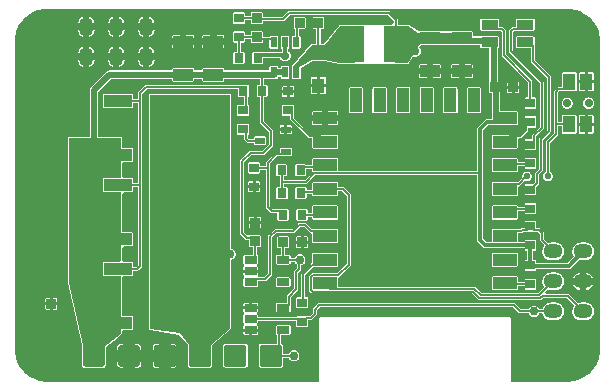
<source format=gbr>
%TF.GenerationSoftware,Altium Limited,Altium Designer,20.1.8 (145)*%
G04 Layer_Physical_Order=1*
G04 Layer_Color=255*
%FSLAX45Y45*%
%MOMM*%
%TF.SameCoordinates,7C767931-0862-4B48-A7A2-9337087A75ED*%
%TF.FilePolarity,Positive*%
%TF.FileFunction,Copper,L1,Top,Signal*%
%TF.Part,Single*%
G01*
G75*
%TA.AperFunction,SMDPad,CuDef*%
G04:AMPARAMS|DCode=10|XSize=0.8mm|YSize=0.8mm|CornerRadius=0.004mm|HoleSize=0mm|Usage=FLASHONLY|Rotation=180.000|XOffset=0mm|YOffset=0mm|HoleType=Round|Shape=RoundedRectangle|*
%AMROUNDEDRECTD10*
21,1,0.80000,0.79200,0,0,180.0*
21,1,0.79200,0.80000,0,0,180.0*
1,1,0.00800,-0.39600,0.39600*
1,1,0.00800,0.39600,0.39600*
1,1,0.00800,0.39600,-0.39600*
1,1,0.00800,-0.39600,-0.39600*
%
%ADD10ROUNDEDRECTD10*%
%ADD11C,0.75000*%
G04:AMPARAMS|DCode=12|XSize=0.8mm|YSize=0.75mm|CornerRadius=0.00375mm|HoleSize=0mm|Usage=FLASHONLY|Rotation=90.000|XOffset=0mm|YOffset=0mm|HoleType=Round|Shape=RoundedRectangle|*
%AMROUNDEDRECTD12*
21,1,0.80000,0.74250,0,0,90.0*
21,1,0.79250,0.75000,0,0,90.0*
1,1,0.00750,0.37125,0.39625*
1,1,0.00750,0.37125,-0.39625*
1,1,0.00750,-0.37125,-0.39625*
1,1,0.00750,-0.37125,0.39625*
%
%ADD12ROUNDEDRECTD12*%
G04:AMPARAMS|DCode=13|XSize=0.8mm|YSize=0.75mm|CornerRadius=0.00375mm|HoleSize=0mm|Usage=FLASHONLY|Rotation=0.000|XOffset=0mm|YOffset=0mm|HoleType=Round|Shape=RoundedRectangle|*
%AMROUNDEDRECTD13*
21,1,0.80000,0.74250,0,0,0.0*
21,1,0.79250,0.75000,0,0,0.0*
1,1,0.00750,0.39625,-0.37125*
1,1,0.00750,-0.39625,-0.37125*
1,1,0.00750,-0.39625,0.37125*
1,1,0.00750,0.39625,0.37125*
%
%ADD13ROUNDEDRECTD13*%
G04:AMPARAMS|DCode=14|XSize=0.95mm|YSize=2.4mm|CornerRadius=0.00475mm|HoleSize=0mm|Usage=FLASHONLY|Rotation=90.000|XOffset=0mm|YOffset=0mm|HoleType=Round|Shape=RoundedRectangle|*
%AMROUNDEDRECTD14*
21,1,0.95000,2.39050,0,0,90.0*
21,1,0.94050,2.40000,0,0,90.0*
1,1,0.00950,1.19525,0.47025*
1,1,0.00950,1.19525,-0.47025*
1,1,0.00950,-1.19525,-0.47025*
1,1,0.00950,-1.19525,0.47025*
%
%ADD14ROUNDEDRECTD14*%
G04:AMPARAMS|DCode=15|XSize=5.55mm|YSize=6.8mm|CornerRadius=0.02775mm|HoleSize=0mm|Usage=FLASHONLY|Rotation=90.000|XOffset=0mm|YOffset=0mm|HoleType=Round|Shape=RoundedRectangle|*
%AMROUNDEDRECTD15*
21,1,5.55000,6.74450,0,0,90.0*
21,1,5.49450,6.80000,0,0,90.0*
1,1,0.05550,3.37225,2.74725*
1,1,0.05550,3.37225,-2.74725*
1,1,0.05550,-3.37225,-2.74725*
1,1,0.05550,-3.37225,2.74725*
%
%ADD15ROUNDEDRECTD15*%
G04:AMPARAMS|DCode=16|XSize=1.65mm|YSize=0.95mm|CornerRadius=0.00475mm|HoleSize=0mm|Usage=FLASHONLY|Rotation=0.000|XOffset=0mm|YOffset=0mm|HoleType=Round|Shape=RoundedRectangle|*
%AMROUNDEDRECTD16*
21,1,1.65000,0.94050,0,0,0.0*
21,1,1.64050,0.95000,0,0,0.0*
1,1,0.00950,0.82025,-0.47025*
1,1,0.00950,-0.82025,-0.47025*
1,1,0.00950,-0.82025,0.47025*
1,1,0.00950,0.82025,0.47025*
%
%ADD16ROUNDEDRECTD16*%
G04:AMPARAMS|DCode=17|XSize=0.8mm|YSize=0.8mm|CornerRadius=0.004mm|HoleSize=0mm|Usage=FLASHONLY|Rotation=90.000|XOffset=0mm|YOffset=0mm|HoleType=Round|Shape=RoundedRectangle|*
%AMROUNDEDRECTD17*
21,1,0.80000,0.79200,0,0,90.0*
21,1,0.79200,0.80000,0,0,90.0*
1,1,0.00800,0.39600,0.39600*
1,1,0.00800,0.39600,-0.39600*
1,1,0.00800,-0.39600,-0.39600*
1,1,0.00800,-0.39600,0.39600*
%
%ADD17ROUNDEDRECTD17*%
G04:AMPARAMS|DCode=18|XSize=0.54mm|YSize=0.9mm|CornerRadius=0.0027mm|HoleSize=0mm|Usage=FLASHONLY|Rotation=0.000|XOffset=0mm|YOffset=0mm|HoleType=Round|Shape=RoundedRectangle|*
%AMROUNDEDRECTD18*
21,1,0.54000,0.89460,0,0,0.0*
21,1,0.53460,0.90000,0,0,0.0*
1,1,0.00540,0.26730,-0.44730*
1,1,0.00540,-0.26730,-0.44730*
1,1,0.00540,-0.26730,0.44730*
1,1,0.00540,0.26730,0.44730*
%
%ADD18ROUNDEDRECTD18*%
G04:AMPARAMS|DCode=19|XSize=0.6mm|YSize=1.05mm|CornerRadius=0.03mm|HoleSize=0mm|Usage=FLASHONLY|Rotation=90.000|XOffset=0mm|YOffset=0mm|HoleType=Round|Shape=RoundedRectangle|*
%AMROUNDEDRECTD19*
21,1,0.60000,0.99000,0,0,90.0*
21,1,0.54000,1.05000,0,0,90.0*
1,1,0.06000,0.49500,0.27000*
1,1,0.06000,0.49500,-0.27000*
1,1,0.06000,-0.49500,-0.27000*
1,1,0.06000,-0.49500,0.27000*
%
%ADD19ROUNDEDRECTD19*%
%TA.AperFunction,ConnectorPad*%
G04:AMPARAMS|DCode=20|XSize=1mm|YSize=2mm|CornerRadius=0.005mm|HoleSize=0mm|Usage=FLASHONLY|Rotation=270.000|XOffset=0mm|YOffset=0mm|HoleType=Round|Shape=RoundedRectangle|*
%AMROUNDEDRECTD20*
21,1,1.00000,1.99000,0,0,270.0*
21,1,0.99000,2.00000,0,0,270.0*
1,1,0.01000,-0.99500,-0.49500*
1,1,0.01000,-0.99500,0.49500*
1,1,0.01000,0.99500,0.49500*
1,1,0.01000,0.99500,-0.49500*
%
%ADD20ROUNDEDRECTD20*%
G04:AMPARAMS|DCode=21|XSize=1mm|YSize=2mm|CornerRadius=0.005mm|HoleSize=0mm|Usage=FLASHONLY|Rotation=0.000|XOffset=0mm|YOffset=0mm|HoleType=Round|Shape=RoundedRectangle|*
%AMROUNDEDRECTD21*
21,1,1.00000,1.99000,0,0,0.0*
21,1,0.99000,2.00000,0,0,0.0*
1,1,0.01000,0.49500,-0.99500*
1,1,0.01000,-0.49500,-0.99500*
1,1,0.01000,-0.49500,0.99500*
1,1,0.01000,0.49500,0.99500*
%
%ADD21ROUNDEDRECTD21*%
%TA.AperFunction,SMDPad,CuDef*%
%ADD22R,2.00000X3.10000*%
%TA.AperFunction,ConnectorPad*%
G04:AMPARAMS|DCode=23|XSize=1.4mm|YSize=1.05mm|CornerRadius=0.00525mm|HoleSize=0mm|Usage=FLASHONLY|Rotation=90.000|XOffset=0mm|YOffset=0mm|HoleType=Round|Shape=RoundedRectangle|*
%AMROUNDEDRECTD23*
21,1,1.40000,1.03950,0,0,90.0*
21,1,1.38950,1.05000,0,0,90.0*
1,1,0.01050,0.51975,0.69475*
1,1,0.01050,0.51975,-0.69475*
1,1,0.01050,-0.51975,-0.69475*
1,1,0.01050,-0.51975,0.69475*
%
%ADD23ROUNDEDRECTD23*%
%TA.AperFunction,SMDPad,CuDef*%
%ADD24R,1.05000X1.25000*%
G04:AMPARAMS|DCode=25|XSize=0.8mm|YSize=1.4mm|CornerRadius=0.004mm|HoleSize=0mm|Usage=FLASHONLY|Rotation=90.000|XOffset=0mm|YOffset=0mm|HoleType=Round|Shape=RoundedRectangle|*
%AMROUNDEDRECTD25*
21,1,0.80000,1.39200,0,0,90.0*
21,1,0.79200,1.40000,0,0,90.0*
1,1,0.00800,0.69600,0.39600*
1,1,0.00800,0.69600,-0.39600*
1,1,0.00800,-0.69600,-0.39600*
1,1,0.00800,-0.69600,0.39600*
%
%ADD25ROUNDEDRECTD25*%
G04:AMPARAMS|DCode=26|XSize=0.55mm|YSize=0.8mm|CornerRadius=0.00275mm|HoleSize=0mm|Usage=FLASHONLY|Rotation=270.000|XOffset=0mm|YOffset=0mm|HoleType=Round|Shape=RoundedRectangle|*
%AMROUNDEDRECTD26*
21,1,0.55000,0.79450,0,0,270.0*
21,1,0.54450,0.80000,0,0,270.0*
1,1,0.00550,-0.39725,-0.27225*
1,1,0.00550,-0.39725,0.27225*
1,1,0.00550,0.39725,0.27225*
1,1,0.00550,0.39725,-0.27225*
%
%ADD26ROUNDEDRECTD26*%
%TA.AperFunction,Conductor*%
%ADD27C,0.12700*%
%ADD28C,0.15240*%
%ADD29C,0.50800*%
%ADD30C,0.30480*%
%TA.AperFunction,ViaPad*%
%ADD31O,4.00000X2.40000*%
%TA.AperFunction,ComponentPad*%
%ADD32O,1.60000X1.25000*%
%ADD33O,1.25000X1.60000*%
%ADD34C,0.70000*%
G04:AMPARAMS|DCode=35|XSize=1.8mm|YSize=1.8mm|CornerRadius=0.09mm|HoleSize=0mm|Usage=FLASHONLY|Rotation=0.000|XOffset=0mm|YOffset=0mm|HoleType=Round|Shape=RoundedRectangle|*
%AMROUNDEDRECTD35*
21,1,1.80000,1.62000,0,0,0.0*
21,1,1.62000,1.80000,0,0,0.0*
1,1,0.18000,0.81000,-0.81000*
1,1,0.18000,-0.81000,-0.81000*
1,1,0.18000,-0.81000,0.81000*
1,1,0.18000,0.81000,0.81000*
%
%ADD35ROUNDEDRECTD35*%
G04:AMPARAMS|DCode=36|XSize=1.8mm|YSize=1.8mm|CornerRadius=0.18mm|HoleSize=0mm|Usage=FLASHONLY|Rotation=180.000|XOffset=0mm|YOffset=0mm|HoleType=Round|Shape=RoundedRectangle|*
%AMROUNDEDRECTD36*
21,1,1.80000,1.44000,0,0,180.0*
21,1,1.44000,1.80000,0,0,180.0*
1,1,0.36000,-0.72000,0.72000*
1,1,0.36000,0.72000,0.72000*
1,1,0.36000,0.72000,-0.72000*
1,1,0.36000,-0.72000,-0.72000*
%
%ADD36ROUNDEDRECTD36*%
%TA.AperFunction,ViaPad*%
%ADD37C,0.70000*%
%ADD38C,0.66000*%
%ADD39C,0.56000*%
G36*
X4721865Y3177832D02*
X4743596Y3175260D01*
X4765058Y3170991D01*
X4786119Y3165051D01*
X4806650Y3157477D01*
X4826522Y3148316D01*
X4845615Y3137623D01*
X4863810Y3125466D01*
X4880995Y3111918D01*
X4897064Y3097064D01*
X4911918Y3080995D01*
X4925465Y3063810D01*
X4937622Y3045616D01*
X4948315Y3026523D01*
X4957476Y3006651D01*
X4965050Y2986120D01*
X4970990Y2965059D01*
X4975259Y2943597D01*
X4977831Y2921866D01*
X4977996Y2917671D01*
X4978545Y2900000D01*
X4978546Y2900000D01*
X4978546Y2882528D01*
Y300000D01*
X4978657Y299154D01*
X4977832Y278134D01*
X4975260Y256403D01*
X4970990Y234941D01*
X4965051Y213880D01*
X4957476Y193349D01*
X4948315Y173477D01*
X4937623Y154384D01*
X4925465Y136189D01*
X4911918Y119005D01*
X4897064Y102936D01*
X4880995Y88082D01*
X4863810Y74534D01*
X4845615Y62377D01*
X4826522Y51684D01*
X4806650Y42523D01*
X4786120Y34949D01*
X4765059Y29009D01*
X4743596Y24740D01*
X4721865Y22168D01*
X4700847Y21342D01*
X4699999Y21454D01*
X4224064D01*
Y554630D01*
X4223078Y559586D01*
X4220271Y563787D01*
X4216071Y566593D01*
X4211115Y567579D01*
X2611115D01*
X2606160Y566593D01*
X2601959Y563787D01*
X2599152Y559586D01*
X2598166Y554630D01*
Y21454D01*
X317589Y21453D01*
X317512Y21454D01*
X300000Y21454D01*
X282446Y21999D01*
X278135Y22168D01*
X256404Y24740D01*
X234941Y29009D01*
X213880Y34949D01*
X193350Y42523D01*
X173477Y51685D01*
X154385Y62377D01*
X136190Y74534D01*
X119005Y88082D01*
X102936Y102936D01*
X88082Y119005D01*
X74535Y136190D01*
X62377Y154385D01*
X51685Y173477D01*
X42523Y193350D01*
X34949Y213880D01*
X29010Y234941D01*
X24740Y256403D01*
X22168Y278134D01*
X21343Y299155D01*
X21454Y300000D01*
Y2900000D01*
X21342Y2900849D01*
X22168Y2921866D01*
X24740Y2943597D01*
X29009Y2965059D01*
X34949Y2986120D01*
X42523Y3006651D01*
X51684Y3026523D01*
X62377Y3045616D01*
X74534Y3063810D01*
X88082Y3080995D01*
X102936Y3097064D01*
X119005Y3111918D01*
X136189Y3125466D01*
X154384Y3137623D01*
X173477Y3148316D01*
X193349Y3157477D01*
X213880Y3165051D01*
X234941Y3170991D01*
X256403Y3175260D01*
X278134Y3177832D01*
X298851Y3178646D01*
X299610Y3178546D01*
X4699999Y3178547D01*
X4700845Y3178658D01*
X4721865Y3177832D01*
D02*
G37*
%LPC*%
G36*
X3189840Y3160079D02*
X3189838Y3160079D01*
X2347830D01*
X2343521Y3159511D01*
X2339504Y3157847D01*
X2336055Y3155201D01*
X2336055Y3155200D01*
X2288882Y3108028D01*
X2120765D01*
Y3138980D01*
X2119945Y3143100D01*
X2117611Y3146593D01*
X2114118Y3148927D01*
X2109998Y3149747D01*
X2030798D01*
X2026677Y3148927D01*
X2023184Y3146593D01*
X2020850Y3143100D01*
X2020031Y3138980D01*
Y3116033D01*
X1970688D01*
Y3137510D01*
X1969871Y3141620D01*
X1967542Y3145105D01*
X1964058Y3147433D01*
X1959947Y3148251D01*
X1880697D01*
X1876587Y3147433D01*
X1873102Y3145105D01*
X1870773Y3141620D01*
X1869956Y3137510D01*
Y3063259D01*
X1870773Y3059149D01*
X1873102Y3055664D01*
X1876587Y3053336D01*
X1880697Y3052518D01*
X1959947D01*
X1964058Y3053336D01*
X1967542Y3055664D01*
X1969871Y3059149D01*
X1970688Y3063259D01*
Y3082728D01*
X2020031D01*
Y3059780D01*
X2020850Y3055660D01*
X2023184Y3052167D01*
X2026677Y3049833D01*
X2030798Y3049013D01*
X2109998D01*
X2114118Y3049833D01*
X2117611Y3052167D01*
X2119945Y3055660D01*
X2120765Y3059780D01*
Y3074723D01*
X2295778D01*
X2295780Y3074723D01*
X2300090Y3075291D01*
X2304107Y3076954D01*
X2307555Y3079601D01*
X2354728Y3126774D01*
X3182942D01*
X3232692Y3077024D01*
Y3057881D01*
X3230034Y3054221D01*
X3219006Y3045786D01*
X3214912Y3044468D01*
X2912702Y3044468D01*
X2907747Y3043483D01*
X2905049Y3041680D01*
X2882975D01*
X2881973Y3041879D01*
X2881972Y3041879D01*
X2786882D01*
X2779346Y3041880D01*
X2769184Y3041680D01*
Y3035533D01*
X2641559Y2883918D01*
X2611812D01*
Y3008183D01*
X2633479D01*
X2637599Y3009003D01*
X2641092Y3011337D01*
X2643426Y3014830D01*
X2644246Y3018950D01*
Y3098150D01*
X2643426Y3102270D01*
X2641092Y3105763D01*
X2637599Y3108097D01*
X2633479Y3108917D01*
X2554279D01*
X2550159Y3108097D01*
X2546666Y3105763D01*
X2544332Y3102270D01*
X2543512Y3098150D01*
Y3018950D01*
X2544332Y3014830D01*
X2546666Y3011337D01*
X2550159Y3009003D01*
X2554279Y3008183D01*
X2575946D01*
Y2883918D01*
X2548917D01*
X2541379Y2883918D01*
X2531218Y2883719D01*
Y2877641D01*
X2370328Y2691197D01*
X2369516Y2689764D01*
X2368600Y2688393D01*
X2368525Y2688015D01*
X2368335Y2687681D01*
X2368133Y2686045D01*
X2367812Y2684429D01*
Y2684185D01*
X2367807Y2684159D01*
Y2594699D01*
X2367812Y2594673D01*
Y2594423D01*
X2368600Y2590459D01*
X2370846Y2587098D01*
X2374207Y2584852D01*
X2378171Y2584064D01*
X2432171D01*
X2436135Y2584852D01*
X2439496Y2587098D01*
X2441742Y2590459D01*
X2442530Y2594423D01*
Y2594673D01*
X2442535Y2594699D01*
Y2678453D01*
X2544197Y2738200D01*
X2645337D01*
X2769184Y2713015D01*
Y2711360D01*
X2778345D01*
X2779346Y2711161D01*
X2899752D01*
X2900754Y2711360D01*
X2905047D01*
X2907746Y2709556D01*
X2912701Y2708571D01*
X3217282Y2708570D01*
X3222237Y2709556D01*
X3224937Y2711360D01*
X3237860D01*
X3238861Y2711161D01*
X3348861D01*
X3349863Y2711360D01*
X3359505D01*
Y2718854D01*
X3396317Y2774886D01*
X3404417Y2772430D01*
X3413760Y2771509D01*
X3423103Y2772430D01*
X3432087Y2775155D01*
X3440367Y2779580D01*
X3447624Y2785536D01*
X3453580Y2792793D01*
X3458005Y2801073D01*
X3460730Y2810057D01*
X3461651Y2819400D01*
X3460730Y2828743D01*
X3458005Y2837727D01*
X3453580Y2846007D01*
X3447727Y2853138D01*
X3459939Y2871726D01*
X3618735D01*
X3619211Y2871820D01*
X3723834D01*
X3724310Y2871726D01*
X3888360D01*
X3892510Y2872551D01*
X3892862Y2872787D01*
X3963479D01*
Y2854434D01*
X3964298Y2850314D01*
X3966632Y2846821D01*
X3970125Y2844487D01*
X3974246Y2843667D01*
X4041764D01*
Y2562031D01*
X4040760Y2561832D01*
X4037267Y2559498D01*
X4034933Y2556005D01*
X4034113Y2551884D01*
Y2472684D01*
X4034933Y2468564D01*
X4037267Y2465071D01*
X4040760Y2462737D01*
X4044880Y2461917D01*
X4060691D01*
Y2278352D01*
X4060747Y2277793D01*
Y2244519D01*
X4022501D01*
X4015870Y2243647D01*
X4009691Y2241087D01*
X4004385Y2237016D01*
X3942595Y2175225D01*
X3938523Y2169919D01*
X3935964Y2163740D01*
X3935091Y2157109D01*
Y1801263D01*
X2763862D01*
X2761484Y1804160D01*
Y1903160D01*
X2760657Y1907320D01*
X2758301Y1910846D01*
X2754775Y1913202D01*
X2750616Y1914029D01*
X2551615D01*
X2547456Y1913202D01*
X2543930Y1910846D01*
X2541574Y1907320D01*
X2540747Y1903160D01*
Y1853291D01*
X2490039D01*
X2489949Y1853747D01*
X2487620Y1857231D01*
X2484135Y1859560D01*
X2480025Y1860378D01*
X2405775D01*
X2401664Y1859560D01*
X2398179Y1857231D01*
X2395851Y1853747D01*
X2395033Y1849636D01*
Y1770386D01*
X2395851Y1766276D01*
X2398179Y1762791D01*
X2401664Y1760462D01*
X2405775Y1759645D01*
X2480025D01*
X2484135Y1760462D01*
X2487620Y1762791D01*
X2489949Y1766276D01*
X2490766Y1770386D01*
Y1819986D01*
X2540747D01*
Y1804160D01*
X2541574Y1800001D01*
X2543930Y1796475D01*
X2544307Y1792644D01*
X2483433Y1731769D01*
X2299552D01*
Y1759645D01*
X2320025D01*
X2324135Y1760462D01*
X2327620Y1762791D01*
X2329949Y1766276D01*
X2330766Y1770386D01*
Y1849636D01*
X2329949Y1853747D01*
X2327620Y1857231D01*
X2324135Y1859560D01*
X2320025Y1860378D01*
X2245775D01*
X2241664Y1859560D01*
X2238179Y1857231D01*
X2235851Y1853747D01*
X2235033Y1849636D01*
Y1770386D01*
X2235851Y1766276D01*
X2238179Y1762791D01*
X2241664Y1760462D01*
X2245775Y1759645D01*
X2266247D01*
Y1669502D01*
X2247579D01*
X2243469Y1668684D01*
X2239984Y1666356D01*
X2237655Y1662871D01*
X2236838Y1658761D01*
Y1579511D01*
X2237655Y1575400D01*
X2239984Y1571915D01*
X2243469Y1569587D01*
X2247579Y1568769D01*
X2321829D01*
X2325940Y1569587D01*
X2329425Y1571915D01*
X2331753Y1575400D01*
X2332571Y1579511D01*
Y1658761D01*
X2331753Y1662871D01*
X2329425Y1666356D01*
X2325940Y1668684D01*
X2321829Y1669502D01*
X2299552D01*
Y1698464D01*
X2490329D01*
X2490331Y1698464D01*
X2494640Y1699032D01*
X2498657Y1700696D01*
X2502106Y1703342D01*
X2566721Y1767958D01*
X3935091D01*
Y1222349D01*
X3935964Y1215718D01*
X3938523Y1209539D01*
X3942595Y1204233D01*
X3989223Y1157604D01*
X3994529Y1153533D01*
X4000708Y1150974D01*
X4007339Y1150101D01*
X4338246D01*
Y1139475D01*
X4339064Y1135365D01*
X4341392Y1131880D01*
X4344877Y1129551D01*
X4348988Y1128734D01*
X4363027D01*
Y1054487D01*
X4349055D01*
X4344945Y1053669D01*
X4341460Y1051341D01*
X4339131Y1047856D01*
X4338314Y1043745D01*
Y969495D01*
X4339131Y965385D01*
X4341460Y961900D01*
X4344945Y959571D01*
X4349055Y958754D01*
X4428305D01*
X4432416Y959571D01*
X4435900Y961900D01*
X4438229Y965385D01*
X4439046Y969495D01*
Y975843D01*
X4711302D01*
X4717933Y976716D01*
X4724112Y979275D01*
X4729418Y983347D01*
X4798325Y1052253D01*
X4805560Y1050516D01*
X4817360Y1049588D01*
X4852360D01*
X4864160Y1050516D01*
X4875670Y1053280D01*
X4886606Y1057809D01*
X4896698Y1063994D01*
X4905699Y1071681D01*
X4913386Y1080682D01*
X4919571Y1090775D01*
X4924101Y1101710D01*
X4926864Y1113220D01*
X4927793Y1125020D01*
X4926864Y1136820D01*
X4924101Y1148330D01*
X4919571Y1159266D01*
X4913386Y1169358D01*
X4905699Y1178359D01*
X4896698Y1186046D01*
X4886606Y1192231D01*
X4875670Y1196761D01*
X4864160Y1199524D01*
X4852360Y1200453D01*
X4817360D01*
X4805560Y1199524D01*
X4794051Y1196761D01*
X4783115Y1192231D01*
X4773022Y1186046D01*
X4764022Y1178359D01*
X4756334Y1169358D01*
X4750150Y1159266D01*
X4745620Y1148330D01*
X4742857Y1136820D01*
X4741928Y1125020D01*
X4742857Y1113220D01*
X4745620Y1101710D01*
X4750150Y1090775D01*
X4755558Y1081949D01*
X4700691Y1027082D01*
X4439046D01*
Y1043745D01*
X4438229Y1047856D01*
X4435900Y1051341D01*
X4432416Y1053669D01*
X4428305Y1054487D01*
X4414265D01*
Y1128734D01*
X4428238D01*
X4432348Y1129551D01*
X4435833Y1131880D01*
X4438162Y1135365D01*
X4438979Y1139475D01*
Y1213725D01*
X4438162Y1217836D01*
X4435833Y1221321D01*
X4432348Y1223649D01*
X4428238Y1224467D01*
X4348988D01*
X4344877Y1223649D01*
X4341392Y1221321D01*
X4339064Y1217836D01*
X4338246Y1213725D01*
Y1201339D01*
X4283799D01*
X4281484Y1204160D01*
Y1280658D01*
X4309448D01*
X4309450Y1280658D01*
X4313760Y1281225D01*
X4317776Y1282889D01*
X4321225Y1285535D01*
X4324488Y1288798D01*
X4348666D01*
X4348988Y1288734D01*
X4428238D01*
X4428560Y1288798D01*
X4450514D01*
X4469102Y1270209D01*
Y1220128D01*
X4469102Y1220126D01*
X4469669Y1215816D01*
X4471333Y1211799D01*
X4473979Y1208351D01*
X4507235Y1175095D01*
X4502334Y1169358D01*
X4496150Y1159266D01*
X4491620Y1148330D01*
X4488857Y1136820D01*
X4487928Y1125020D01*
X4488857Y1113220D01*
X4491620Y1101710D01*
X4496150Y1090775D01*
X4502334Y1080682D01*
X4510022Y1071681D01*
X4519022Y1063994D01*
X4529115Y1057809D01*
X4540051Y1053280D01*
X4551560Y1050516D01*
X4563360Y1049588D01*
X4598360D01*
X4610160Y1050516D01*
X4621670Y1053280D01*
X4632606Y1057809D01*
X4642698Y1063994D01*
X4651699Y1071681D01*
X4659386Y1080682D01*
X4665571Y1090775D01*
X4670101Y1101710D01*
X4672864Y1113220D01*
X4673793Y1125020D01*
X4672864Y1136820D01*
X4670101Y1148330D01*
X4665571Y1159266D01*
X4659386Y1169358D01*
X4651699Y1178359D01*
X4642698Y1186046D01*
X4632606Y1192231D01*
X4621670Y1196761D01*
X4610160Y1199524D01*
X4598360Y1200453D01*
X4563360D01*
X4551560Y1199524D01*
X4540051Y1196761D01*
X4534832Y1194599D01*
X4502407Y1227024D01*
Y1277105D01*
X4502407Y1277107D01*
X4501840Y1281417D01*
X4500176Y1285434D01*
X4497530Y1288882D01*
X4469187Y1317225D01*
X4465738Y1319872D01*
X4461721Y1321535D01*
X4457411Y1322103D01*
X4457409Y1322103D01*
X4438979D01*
Y1373725D01*
X4438162Y1377836D01*
X4435833Y1381321D01*
X4432348Y1383649D01*
X4428238Y1384467D01*
X4348988D01*
X4344877Y1383649D01*
X4341392Y1381321D01*
X4339064Y1377836D01*
X4338246Y1373725D01*
Y1322103D01*
X4317590D01*
X4313280Y1321535D01*
X4309264Y1319872D01*
X4305815Y1317225D01*
X4305814Y1317224D01*
X4302552Y1313963D01*
X4270948D01*
X4270616Y1314029D01*
X4071615D01*
X4067456Y1313202D01*
X4063930Y1310845D01*
X4061574Y1307319D01*
X4060747Y1303160D01*
Y1204160D01*
X4058431Y1201339D01*
X4017951D01*
X3986329Y1232961D01*
Y1784610D01*
Y2146498D01*
X4033113Y2193281D01*
X4091792D01*
X4091873Y2193292D01*
X4270616D01*
X4274775Y2194119D01*
X4278301Y2196475D01*
X4280657Y2200001D01*
X4281484Y2204160D01*
Y2303160D01*
X4280657Y2307319D01*
X4278301Y2310846D01*
X4274775Y2313202D01*
X4270616Y2314029D01*
X4132155D01*
Y2465762D01*
X4134027Y2468564D01*
X4134847Y2472684D01*
Y2551884D01*
X4134027Y2556005D01*
X4131693Y2559498D01*
X4128200Y2561832D01*
X4124080Y2562651D01*
X4113228D01*
Y2843667D01*
X4113445D01*
X4117566Y2844487D01*
X4121059Y2846821D01*
X4123393Y2850314D01*
X4124212Y2854434D01*
Y2933634D01*
X4123393Y2937754D01*
X4121059Y2941247D01*
X4117566Y2943581D01*
X4113445Y2944401D01*
X3974246D01*
X3973491Y2944251D01*
X3899203D01*
Y2976619D01*
X3898378Y2980768D01*
X3896027Y2984286D01*
X3892510Y2986637D01*
X3888360Y2987462D01*
X3724310D01*
X3724264Y2987453D01*
X3618781D01*
X3618735Y2987462D01*
X3454685D01*
X3454639Y2987453D01*
X3442821D01*
X3359505Y3037228D01*
Y3041680D01*
X3348861Y3041880D01*
X3341807Y3041879D01*
X3265997D01*
Y3083921D01*
X3265430Y3088231D01*
X3263766Y3092248D01*
X3261120Y3095696D01*
X3261119Y3095697D01*
X3201615Y3155201D01*
X3198166Y3157847D01*
X3194150Y3159511D01*
X3189840Y3160079D01*
D02*
G37*
G36*
X1162263Y3113150D02*
Y3055187D01*
X1207400D01*
X1207250Y3057089D01*
X1204581Y3068210D01*
X1200204Y3078776D01*
X1194228Y3088528D01*
X1186800Y3097224D01*
X1178104Y3104652D01*
X1168352Y3110628D01*
X1162263Y3113150D01*
D02*
G37*
G36*
X908263D02*
Y3055187D01*
X953400D01*
X953250Y3057089D01*
X950581Y3068210D01*
X946204Y3078776D01*
X940228Y3088528D01*
X932800Y3097224D01*
X924104Y3104652D01*
X914352Y3110628D01*
X908263Y3113150D01*
D02*
G37*
G36*
X654263D02*
Y3055187D01*
X699400D01*
X699250Y3057089D01*
X696581Y3068210D01*
X692204Y3078776D01*
X686228Y3088528D01*
X678800Y3097224D01*
X670104Y3104652D01*
X660352Y3110628D01*
X654263Y3113150D01*
D02*
G37*
G36*
X1108263D02*
X1102174Y3110628D01*
X1092422Y3104652D01*
X1083726Y3097224D01*
X1076298Y3088528D01*
X1070322Y3078776D01*
X1065945Y3068210D01*
X1063275Y3057089D01*
X1063126Y3055187D01*
X1108263D01*
Y3113150D01*
D02*
G37*
G36*
X854263D02*
X848174Y3110628D01*
X838422Y3104652D01*
X829726Y3097224D01*
X822298Y3088528D01*
X816322Y3078776D01*
X811945Y3068210D01*
X809275Y3057089D01*
X809126Y3055187D01*
X854263D01*
Y3113150D01*
D02*
G37*
G36*
X600263D02*
X594174Y3110628D01*
X584422Y3104652D01*
X575726Y3097224D01*
X568298Y3088528D01*
X562322Y3078776D01*
X557945Y3068210D01*
X555275Y3057089D01*
X555126Y3055187D01*
X600263D01*
Y3113150D01*
D02*
G37*
G36*
X4413445Y3094401D02*
X4274246D01*
X4270125Y3093581D01*
X4266632Y3091247D01*
X4264298Y3087754D01*
X4263479Y3083634D01*
Y3027036D01*
X4242653D01*
X4242651Y3027037D01*
X4238341Y3026469D01*
X4234325Y3024805D01*
X4230876Y3022159D01*
X4211998Y3003281D01*
X4209351Y2999832D01*
X4207688Y2995815D01*
X4207120Y2991506D01*
X4207120Y2991504D01*
Y2817081D01*
X4207120Y2817079D01*
X4207688Y2812769D01*
X4209351Y2808752D01*
X4211998Y2805304D01*
X4467346Y2549955D01*
Y2174338D01*
X4410488Y2117479D01*
X4407842Y2114031D01*
X4406178Y2110014D01*
X4405610Y2105704D01*
X4405610Y2105702D01*
Y2076767D01*
X4348988D01*
X4344877Y2075949D01*
X4341392Y2073621D01*
X4339064Y2070136D01*
X4338246Y2066026D01*
Y1991775D01*
X4339064Y1987665D01*
X4341392Y1984180D01*
X4344877Y1981852D01*
X4348988Y1981034D01*
X4428238D01*
X4432348Y1981852D01*
X4435833Y1984180D01*
X4438162Y1987665D01*
X4438979Y1991775D01*
Y2066026D01*
X4438915Y2066346D01*
Y2098806D01*
X4495773Y2155664D01*
X4495774Y2155665D01*
X4498420Y2159114D01*
X4500084Y2163130D01*
X4500652Y2167440D01*
X4500651Y2167442D01*
Y2556851D01*
X4500652Y2556853D01*
X4500084Y2561163D01*
X4498420Y2565179D01*
X4495774Y2568628D01*
X4495773Y2568629D01*
X4240425Y2823977D01*
Y2984608D01*
X4249549Y2993731D01*
X4273923D01*
X4274246Y2993667D01*
X4413445D01*
X4417566Y2994487D01*
X4421059Y2996821D01*
X4423393Y3000314D01*
X4424212Y3004434D01*
Y3083634D01*
X4423393Y3087754D01*
X4421059Y3091247D01*
X4417566Y3093581D01*
X4413445Y3094401D01*
D02*
G37*
G36*
X2109998Y2989747D02*
X2030798D01*
X2026677Y2988927D01*
X2023184Y2986593D01*
X2020850Y2983100D01*
X2020031Y2978980D01*
Y2956032D01*
X1970688D01*
Y2977509D01*
X1969871Y2981620D01*
X1967542Y2985105D01*
X1964058Y2987433D01*
X1959947Y2988251D01*
X1880697D01*
X1876587Y2987433D01*
X1873102Y2985105D01*
X1870773Y2981620D01*
X1869956Y2977509D01*
Y2903259D01*
X1870773Y2899149D01*
X1873102Y2895664D01*
X1876587Y2893335D01*
X1880697Y2892518D01*
X1903675D01*
Y2812215D01*
X1883202D01*
X1879092Y2811398D01*
X1875607Y2809069D01*
X1873279Y2805584D01*
X1872461Y2801474D01*
Y2722224D01*
X1873279Y2718113D01*
X1875607Y2714629D01*
X1879092Y2712300D01*
X1883202Y2711483D01*
X1957453D01*
X1961563Y2712300D01*
X1965048Y2714629D01*
X1967377Y2718113D01*
X1968194Y2722224D01*
Y2801474D01*
X1967377Y2805584D01*
X1965048Y2809069D01*
X1961563Y2811398D01*
X1957453Y2812215D01*
X1936980D01*
Y2892518D01*
X1959947D01*
X1964058Y2893335D01*
X1967542Y2895664D01*
X1969871Y2899149D01*
X1970688Y2903259D01*
Y2922727D01*
X2020031D01*
Y2899780D01*
X2020850Y2895660D01*
X2023184Y2892167D01*
X2026677Y2889833D01*
X2030798Y2889013D01*
X2109998D01*
X2114118Y2889833D01*
X2117611Y2892167D01*
X2119945Y2895660D01*
X2120765Y2899780D01*
Y2910097D01*
X2177807D01*
Y2849699D01*
X2178616Y2845630D01*
X2180922Y2842180D01*
X2184372Y2839874D01*
X2188441Y2839065D01*
X2241901D01*
X2245971Y2839874D01*
X2249420Y2842180D01*
X2251726Y2845630D01*
X2252535Y2849699D01*
Y2939159D01*
X2251726Y2943229D01*
X2249420Y2946678D01*
X2245971Y2948984D01*
X2241901Y2949793D01*
X2188441D01*
X2184372Y2948984D01*
X2180922Y2946678D01*
X2178732Y2943402D01*
X2120765D01*
Y2978980D01*
X2119945Y2983100D01*
X2117611Y2986593D01*
X2114118Y2988927D01*
X2109998Y2989747D01*
D02*
G37*
G36*
X953400Y3001187D02*
X908263D01*
Y2943224D01*
X914352Y2945746D01*
X924104Y2951722D01*
X932800Y2959150D01*
X940228Y2967847D01*
X946204Y2977598D01*
X950581Y2988165D01*
X953250Y2999286D01*
X953400Y3001187D01*
D02*
G37*
G36*
X699400D02*
X654263D01*
Y2943224D01*
X660352Y2945746D01*
X670104Y2951722D01*
X678800Y2959150D01*
X686228Y2967847D01*
X692204Y2977598D01*
X696581Y2988165D01*
X699250Y2999286D01*
X699400Y3001187D01*
D02*
G37*
G36*
X1207400D02*
X1162263D01*
Y2943224D01*
X1168352Y2945746D01*
X1178104Y2951722D01*
X1186800Y2959150D01*
X1194228Y2967847D01*
X1200204Y2977598D01*
X1204581Y2988165D01*
X1207250Y2999286D01*
X1207400Y3001187D01*
D02*
G37*
G36*
X1108263D02*
X1063126D01*
X1063275Y2999286D01*
X1065945Y2988165D01*
X1070322Y2977598D01*
X1076298Y2967847D01*
X1083726Y2959150D01*
X1092422Y2951722D01*
X1102174Y2945746D01*
X1108263Y2943224D01*
Y3001187D01*
D02*
G37*
G36*
X854263D02*
X809126D01*
X809275Y2999286D01*
X811945Y2988165D01*
X816322Y2977598D01*
X822298Y2967847D01*
X829726Y2959150D01*
X838422Y2951722D01*
X848174Y2945746D01*
X854263Y2943224D01*
Y3001187D01*
D02*
G37*
G36*
X600263D02*
X555126D01*
X555275Y2999286D01*
X557945Y2988165D01*
X562322Y2977598D01*
X568298Y2967847D01*
X575726Y2959150D01*
X584422Y2951722D01*
X594174Y2945746D01*
X600263Y2943224D01*
Y3001187D01*
D02*
G37*
G36*
X1786385Y2958306D02*
X1731360D01*
Y2927438D01*
X1797228D01*
Y2947463D01*
X1796403Y2951613D01*
X1794052Y2955130D01*
X1790535Y2957481D01*
X1786385Y2958306D01*
D02*
G37*
G36*
X1677360D02*
X1622335D01*
X1618185Y2957481D01*
X1614668Y2955130D01*
X1612317Y2951613D01*
X1611492Y2947463D01*
Y2927438D01*
X1677360D01*
Y2958306D01*
D02*
G37*
G36*
X1529853D02*
X1474828D01*
Y2927438D01*
X1540697D01*
Y2947463D01*
X1539871Y2951613D01*
X1537521Y2955130D01*
X1534003Y2957481D01*
X1529853Y2958306D01*
D02*
G37*
G36*
X1420829D02*
X1365803D01*
X1361654Y2957481D01*
X1358136Y2955130D01*
X1355786Y2951613D01*
X1354960Y2947463D01*
Y2927438D01*
X1420829D01*
Y2958306D01*
D02*
G37*
G36*
X1797228Y2873438D02*
X1731360D01*
Y2842570D01*
X1786385D01*
X1790535Y2843395D01*
X1794052Y2845746D01*
X1796403Y2849263D01*
X1797228Y2853413D01*
Y2873438D01*
D02*
G37*
G36*
X1677360D02*
X1611492D01*
Y2853413D01*
X1612317Y2849263D01*
X1614668Y2845746D01*
X1618185Y2843395D01*
X1622335Y2842570D01*
X1677360D01*
Y2873438D01*
D02*
G37*
G36*
X1540697D02*
X1474828D01*
Y2842570D01*
X1529853D01*
X1534003Y2843395D01*
X1537521Y2845746D01*
X1539871Y2849263D01*
X1540697Y2853413D01*
Y2873438D01*
D02*
G37*
G36*
X1420829D02*
X1354960D01*
Y2853413D01*
X1355786Y2849263D01*
X1358136Y2845746D01*
X1361654Y2843395D01*
X1365803Y2842570D01*
X1420829D01*
Y2873438D01*
D02*
G37*
G36*
X2473479Y3108917D02*
X2394279D01*
X2390159Y3108097D01*
X2386666Y3105763D01*
X2384332Y3102270D01*
X2383512Y3098150D01*
Y3018950D01*
X2384332Y3014830D01*
X2386666Y3011337D01*
X2390159Y3009003D01*
X2394279Y3008183D01*
X2395156D01*
Y2949793D01*
X2378441D01*
X2374371Y2948984D01*
X2370922Y2946678D01*
X2368616Y2943229D01*
X2367807Y2939159D01*
Y2849699D01*
X2368616Y2845630D01*
X2370922Y2842180D01*
X2374371Y2839874D01*
X2378441Y2839065D01*
X2431901D01*
X2435970Y2839874D01*
X2439420Y2842180D01*
X2441726Y2845630D01*
X2442535Y2849699D01*
Y2939159D01*
X2441726Y2943229D01*
X2439420Y2946678D01*
X2435970Y2948984D01*
X2431901Y2949793D01*
X2431023D01*
Y3008183D01*
X2473479D01*
X2477599Y3009003D01*
X2481092Y3011337D01*
X2483426Y3014830D01*
X2484246Y3018950D01*
Y3098150D01*
X2483426Y3102270D01*
X2481092Y3105763D01*
X2477599Y3108097D01*
X2473479Y3108917D01*
D02*
G37*
G36*
X2336901Y2949793D02*
X2283441D01*
X2279371Y2948984D01*
X2275922Y2946678D01*
X2273616Y2943229D01*
X2272807Y2939159D01*
Y2849699D01*
X2273616Y2845630D01*
X2275922Y2842180D01*
X2279371Y2839874D01*
X2281649Y2839421D01*
X2282362Y2833112D01*
X2282722Y2827158D01*
X2282393Y2821719D01*
X2276279Y2816700D01*
X2271574Y2810967D01*
X2122207D01*
X2121563Y2811398D01*
X2117453Y2812215D01*
X2043203D01*
X2039092Y2811398D01*
X2035607Y2809069D01*
X2033279Y2805584D01*
X2032461Y2801474D01*
Y2722224D01*
X2033279Y2718113D01*
X2035607Y2714629D01*
X2039092Y2712300D01*
X2043203Y2711483D01*
X2117453D01*
X2121563Y2712300D01*
X2125048Y2714629D01*
X2127377Y2718113D01*
X2128194Y2722224D01*
Y2759729D01*
X2268420D01*
X2270318Y2756179D01*
X2276279Y2748916D01*
X2283542Y2742955D01*
X2291829Y2738526D01*
X2300820Y2735798D01*
X2310171Y2734877D01*
X2319522Y2735798D01*
X2328513Y2738526D01*
X2336800Y2742955D01*
X2344063Y2748916D01*
X2350024Y2756179D01*
X2354453Y2764466D01*
X2357181Y2773457D01*
X2358102Y2782808D01*
X2357181Y2792159D01*
X2354453Y2801151D01*
X2350024Y2809437D01*
X2344063Y2816700D01*
X2337948Y2821719D01*
X2337620Y2827158D01*
X2337980Y2833112D01*
X2338692Y2839421D01*
X2340970Y2839874D01*
X2344420Y2842180D01*
X2346726Y2845630D01*
X2347535Y2849699D01*
Y2939159D01*
X2346726Y2943229D01*
X2344420Y2946678D01*
X2340970Y2948984D01*
X2336901Y2949793D01*
D02*
G37*
G36*
X1162263Y2859150D02*
Y2801187D01*
X1207400D01*
X1207250Y2803089D01*
X1204581Y2814210D01*
X1200204Y2824776D01*
X1194228Y2834528D01*
X1186800Y2843224D01*
X1178104Y2850652D01*
X1168352Y2856628D01*
X1162263Y2859150D01*
D02*
G37*
G36*
X908263D02*
Y2801187D01*
X953400D01*
X953250Y2803089D01*
X950581Y2814210D01*
X946204Y2824776D01*
X940228Y2834528D01*
X932800Y2843224D01*
X924104Y2850652D01*
X914352Y2856628D01*
X908263Y2859150D01*
D02*
G37*
G36*
X654263D02*
Y2801187D01*
X699400D01*
X699250Y2803089D01*
X696581Y2814210D01*
X692204Y2824776D01*
X686228Y2834528D01*
X678800Y2843224D01*
X670104Y2850652D01*
X660352Y2856628D01*
X654263Y2859150D01*
D02*
G37*
G36*
X1108263D02*
X1102174Y2856628D01*
X1092422Y2850652D01*
X1083726Y2843224D01*
X1076298Y2834528D01*
X1070322Y2824776D01*
X1065945Y2814210D01*
X1063275Y2803089D01*
X1063126Y2801187D01*
X1108263D01*
Y2859150D01*
D02*
G37*
G36*
X854263D02*
X848174Y2856628D01*
X838422Y2850652D01*
X829726Y2843224D01*
X822298Y2834528D01*
X816322Y2824776D01*
X811945Y2814210D01*
X809275Y2803089D01*
X809126Y2801187D01*
X854263D01*
Y2859150D01*
D02*
G37*
G36*
X600263D02*
X594174Y2856628D01*
X584422Y2850652D01*
X575726Y2843224D01*
X568298Y2834528D01*
X562322Y2824776D01*
X557945Y2814210D01*
X555275Y2803089D01*
X555126Y2801187D01*
X600263D01*
Y2859150D01*
D02*
G37*
G36*
X953400Y2747187D02*
X908263D01*
Y2689224D01*
X914352Y2691746D01*
X924104Y2697722D01*
X932800Y2705150D01*
X940228Y2713847D01*
X946204Y2723598D01*
X950581Y2734165D01*
X953250Y2745286D01*
X953400Y2747187D01*
D02*
G37*
G36*
X699400D02*
X654263D01*
Y2689224D01*
X660352Y2691746D01*
X670104Y2697722D01*
X678800Y2705150D01*
X686228Y2713847D01*
X692204Y2723598D01*
X696581Y2734165D01*
X699250Y2745286D01*
X699400Y2747187D01*
D02*
G37*
G36*
X1207400D02*
X1162263D01*
Y2689224D01*
X1168352Y2691746D01*
X1178104Y2697722D01*
X1186800Y2705150D01*
X1194228Y2713847D01*
X1200204Y2723598D01*
X1204581Y2734165D01*
X1207250Y2745286D01*
X1207400Y2747187D01*
D02*
G37*
G36*
X1108263D02*
X1063126D01*
X1063275Y2745286D01*
X1065945Y2734165D01*
X1070322Y2723598D01*
X1076298Y2713847D01*
X1083726Y2705150D01*
X1092422Y2697722D01*
X1102174Y2691746D01*
X1108263Y2689224D01*
Y2747187D01*
D02*
G37*
G36*
X854263D02*
X809126D01*
X809275Y2745286D01*
X811945Y2734165D01*
X816322Y2723598D01*
X822298Y2713847D01*
X829726Y2705150D01*
X838422Y2697722D01*
X848174Y2691746D01*
X854263Y2689224D01*
Y2747187D01*
D02*
G37*
G36*
X600263D02*
X555126D01*
X555275Y2745286D01*
X557945Y2734165D01*
X562322Y2723598D01*
X568298Y2713847D01*
X575726Y2705150D01*
X584422Y2697722D01*
X594174Y2691746D01*
X600263Y2689224D01*
Y2747187D01*
D02*
G37*
G36*
X3618735Y2707462D02*
X3563716D01*
Y2676592D01*
X3629578D01*
Y2696619D01*
X3628752Y2700769D01*
X3626402Y2704286D01*
X3622884Y2706637D01*
X3618735Y2707462D01*
D02*
G37*
G36*
X3888360D02*
X3833335D01*
Y2676592D01*
X3899203D01*
Y2696619D01*
X3898378Y2700769D01*
X3896027Y2704286D01*
X3892510Y2706637D01*
X3888360Y2707462D01*
D02*
G37*
G36*
X3779335D02*
X3724310D01*
X3720160Y2706637D01*
X3716643Y2704286D01*
X3714292Y2700769D01*
X3713467Y2696619D01*
Y2676592D01*
X3779335D01*
Y2707462D01*
D02*
G37*
G36*
X3509716D02*
X3454685D01*
X3450535Y2706637D01*
X3447017Y2704286D01*
X3444667Y2700769D01*
X3443841Y2696619D01*
Y2676592D01*
X3509716D01*
Y2707462D01*
D02*
G37*
G36*
X2336901Y2694793D02*
X2283441D01*
X2279371Y2693984D01*
X2275922Y2691678D01*
X2273616Y2688229D01*
X2272807Y2684159D01*
Y2675161D01*
X2252535D01*
Y2684159D01*
X2251726Y2688229D01*
X2249420Y2691678D01*
X2245971Y2693984D01*
X2241901Y2694793D01*
X2188441D01*
X2184372Y2693984D01*
X2180922Y2691678D01*
X2178616Y2688229D01*
X2177807Y2684159D01*
Y2656170D01*
X1797228D01*
Y2667463D01*
X1796403Y2671613D01*
X1794052Y2675130D01*
X1790535Y2677481D01*
X1786385Y2678306D01*
X1622335D01*
X1618185Y2677481D01*
X1614668Y2675130D01*
X1612317Y2671613D01*
X1611492Y2667463D01*
Y2656170D01*
X1540697D01*
Y2667463D01*
X1539871Y2671613D01*
X1537521Y2675130D01*
X1534003Y2677481D01*
X1529853Y2678306D01*
X1365803D01*
X1361654Y2677481D01*
X1358136Y2675130D01*
X1355786Y2671613D01*
X1354960Y2667463D01*
Y2656170D01*
X822121D01*
X822118Y2656170D01*
X815147Y2655483D01*
X808444Y2653450D01*
X802266Y2650148D01*
X796852Y2645704D01*
X796850Y2645703D01*
X668199Y2517052D01*
X663755Y2511637D01*
X660453Y2505460D01*
X658420Y2498756D01*
X657734Y2491785D01*
Y2092024D01*
X483771D01*
X479807Y2091236D01*
X476446Y2088990D01*
X474200Y2085629D01*
X473412Y2081665D01*
X473406Y859398D01*
X473625Y858297D01*
X473647Y857176D01*
X589840Y328007D01*
Y323326D01*
X588624Y319318D01*
X588032Y313300D01*
Y169300D01*
X588624Y163282D01*
X589841Y159272D01*
Y151000D01*
X590629Y147036D01*
X592875Y143675D01*
X596236Y141429D01*
X600200Y140641D01*
X607599D01*
X612862Y139044D01*
X618880Y138452D01*
X762880D01*
X768898Y139044D01*
X774162Y140641D01*
X780201D01*
X784165Y141429D01*
X787526Y143675D01*
X789772Y147036D01*
X790560Y151000D01*
Y155961D01*
X791380Y157495D01*
X793136Y163282D01*
X793728Y169300D01*
Y313300D01*
X793533Y315281D01*
X895786Y395246D01*
X896201Y395728D01*
X896730Y396081D01*
X930232Y429583D01*
X932477Y432944D01*
X933266Y436908D01*
X933266Y436910D01*
Y448724D01*
X945838Y461297D01*
X1016000D01*
X1020150Y462122D01*
X1023667Y464473D01*
X1026018Y467990D01*
X1026843Y472140D01*
Y566190D01*
X1026018Y570340D01*
X1023667Y573857D01*
X1020150Y576208D01*
X1016000Y577033D01*
X933265D01*
X933262Y906724D01*
X945834Y919297D01*
X1016000D01*
X1020150Y920122D01*
X1023667Y922473D01*
X1026018Y925991D01*
X1026843Y930140D01*
Y960513D01*
X1060741D01*
X1060743Y960512D01*
X1065053Y961080D01*
X1069069Y962744D01*
X1072518Y965390D01*
X1093027Y985899D01*
X1093028Y985900D01*
X1095674Y989349D01*
X1097338Y993365D01*
X1097905Y997675D01*
X1097905Y997677D01*
Y1684810D01*
Y2397535D01*
Y2457954D01*
X1138320Y2498369D01*
X1909257D01*
Y2444917D01*
X1910074Y2440806D01*
X1912403Y2437322D01*
X1915888Y2434993D01*
X1919998Y2434175D01*
X1963331D01*
Y2366561D01*
X1914958D01*
X1910848Y2365743D01*
X1907363Y2363415D01*
X1905035Y2359930D01*
X1904217Y2355819D01*
Y2281569D01*
X1905035Y2277458D01*
X1907363Y2273974D01*
X1910848Y2271645D01*
X1914958Y2270828D01*
X1994208D01*
X1998319Y2271645D01*
X2001804Y2273974D01*
X2004132Y2277458D01*
X2004950Y2281569D01*
Y2355819D01*
X2004132Y2359930D01*
X2001804Y2363415D01*
X1998319Y2365743D01*
X1996636Y2366078D01*
Y2434650D01*
X1998359Y2434993D01*
X2001844Y2437322D01*
X2004172Y2440806D01*
X2004990Y2444917D01*
Y2524167D01*
X2004172Y2528277D01*
X2001844Y2531762D01*
X1998359Y2534091D01*
X1994248Y2534908D01*
X1919998D01*
X1915888Y2534091D01*
X1912403Y2531762D01*
X1912344Y2531674D01*
X1131422D01*
X1127113Y2531107D01*
X1123096Y2529443D01*
X1119647Y2526797D01*
X1069477Y2476627D01*
X1066831Y2473178D01*
X1065168Y2469162D01*
X1064600Y2464852D01*
X1064600Y2464850D01*
Y2414188D01*
X1026843D01*
Y2444560D01*
X1026018Y2448710D01*
X1023667Y2452228D01*
X1020150Y2454578D01*
X1016000Y2455404D01*
X776950D01*
X772800Y2454578D01*
X769283Y2452228D01*
X766932Y2448710D01*
X766107Y2444560D01*
Y2350510D01*
X766932Y2346361D01*
X769283Y2342843D01*
X772800Y2340492D01*
X776950Y2339667D01*
X1016000D01*
X1020150Y2340492D01*
X1023667Y2342843D01*
X1026018Y2346361D01*
X1026843Y2350510D01*
Y2380883D01*
X1064600D01*
Y1701463D01*
X1026843D01*
Y1731835D01*
X1026018Y1735985D01*
X1023667Y1739502D01*
X1020150Y1741853D01*
X1016000Y1742679D01*
X947503D01*
X944912Y1744162D01*
X933255Y1755251D01*
X933255Y1755252D01*
X933254Y1869094D01*
X945827Y1881667D01*
X1016000D01*
X1020150Y1882492D01*
X1023667Y1884843D01*
X1026018Y1888360D01*
X1026843Y1892510D01*
Y1986560D01*
X1026018Y1990710D01*
X1023667Y1994227D01*
X1020150Y1996578D01*
X1016000Y1997403D01*
X933253D01*
X933252Y2081665D01*
X932464Y2085629D01*
X930218Y2088990D01*
X926857Y2091236D01*
X922893Y2092024D01*
X729197D01*
Y2476985D01*
X836919Y2584706D01*
X1354960D01*
Y2573413D01*
X1355786Y2569263D01*
X1358136Y2565746D01*
X1361654Y2563395D01*
X1365803Y2562570D01*
X1529853D01*
X1534003Y2563395D01*
X1537521Y2565746D01*
X1539871Y2569263D01*
X1540697Y2573413D01*
Y2584706D01*
X1611492D01*
Y2573413D01*
X1612317Y2569263D01*
X1614668Y2565746D01*
X1618185Y2563395D01*
X1622335Y2562570D01*
X1786385D01*
X1790535Y2563395D01*
X1794052Y2565746D01*
X1796403Y2569263D01*
X1797228Y2573413D01*
Y2584706D01*
X2099190D01*
Y2534908D01*
X2079998D01*
X2075888Y2534091D01*
X2072403Y2531762D01*
X2070075Y2528277D01*
X2069257Y2524167D01*
Y2444917D01*
X2070075Y2440806D01*
X2072403Y2437322D01*
X2075888Y2434993D01*
X2079998Y2434175D01*
X2099190D01*
Y2217082D01*
X2099190Y2217080D01*
X2099801Y2212438D01*
X2101593Y2208113D01*
X2104443Y2204399D01*
X2175148Y2133694D01*
Y2031198D01*
X2119499Y1975549D01*
X2019364D01*
X2019362Y1975550D01*
X2014720Y1974938D01*
X2010395Y1973147D01*
X2006681Y1970297D01*
X2006680Y1970296D01*
X1935455Y1899071D01*
X1932605Y1895357D01*
X1930814Y1891032D01*
X1930202Y1886390D01*
X1930203Y1886388D01*
Y1277957D01*
X1930202Y1277955D01*
X1930814Y1273313D01*
X1932605Y1268988D01*
X1935455Y1265274D01*
X1972168Y1228561D01*
X1972169Y1228560D01*
X1975883Y1225710D01*
X1980208Y1223918D01*
X1984850Y1223307D01*
X1984852Y1223307D01*
X2007771D01*
Y1169261D01*
X2008590Y1165140D01*
X2010924Y1161647D01*
X2014417Y1159313D01*
X2018538Y1158493D01*
X2040204D01*
Y1093538D01*
X1970538D01*
X1967102Y1093086D01*
X1963901Y1091760D01*
X1961152Y1089650D01*
X1959042Y1086901D01*
X1957716Y1083700D01*
X1957264Y1080265D01*
Y1026265D01*
X1957716Y1022829D01*
X1959042Y1019628D01*
X1961152Y1016879D01*
X1963576Y1015018D01*
X1964521Y1010481D01*
Y1001048D01*
X1963576Y996511D01*
X1961152Y994650D01*
X1959042Y991901D01*
X1957716Y988700D01*
X1957264Y985264D01*
Y970963D01*
X2020034D01*
X2082811D01*
Y985264D01*
X2082359Y988700D01*
X2081033Y991901D01*
X2078923Y994650D01*
X2076499Y996511D01*
X2075554Y1001048D01*
Y1010481D01*
X2076499Y1015018D01*
X2078923Y1016879D01*
X2081033Y1019628D01*
X2082359Y1022829D01*
X2082811Y1026265D01*
Y1080265D01*
X2082359Y1083700D01*
X2081033Y1086901D01*
X2078923Y1089650D01*
X2076174Y1091760D01*
X2076071Y1091803D01*
Y1158493D01*
X2097737D01*
X2101858Y1159313D01*
X2105351Y1161647D01*
X2107685Y1165140D01*
X2108505Y1169261D01*
Y1248460D01*
X2107685Y1252581D01*
X2105351Y1256074D01*
X2101858Y1258408D01*
X2097737Y1259227D01*
X2018538D01*
X2018270Y1259174D01*
X1992278D01*
X1966069Y1285383D01*
Y1878962D01*
X2026790Y1939682D01*
X2126926D01*
X2126928Y1939682D01*
X2131569Y1940294D01*
X2135894Y1942085D01*
X2139609Y1944935D01*
X2205762Y2011089D01*
X2208612Y2014803D01*
X2210404Y2019128D01*
X2211015Y2023770D01*
X2211015Y2023772D01*
Y2141122D01*
X2210404Y2145764D01*
X2208612Y2150089D01*
X2205762Y2153803D01*
X2205761Y2153804D01*
X2135057Y2224508D01*
Y2434175D01*
X2154249D01*
X2158359Y2434993D01*
X2161844Y2437322D01*
X2164172Y2440806D01*
X2164990Y2444917D01*
Y2524167D01*
X2164172Y2528277D01*
X2161844Y2531762D01*
X2158359Y2534091D01*
X2154249Y2534908D01*
X2135057D01*
Y2584706D01*
X2185218D01*
X2188441Y2584065D01*
X2241901D01*
X2245971Y2584874D01*
X2249420Y2587180D01*
X2251726Y2590630D01*
X2252535Y2594699D01*
Y2603697D01*
X2272807D01*
Y2594699D01*
X2273616Y2590630D01*
X2275922Y2587180D01*
X2279371Y2584874D01*
X2283441Y2584065D01*
X2336901D01*
X2340970Y2584874D01*
X2344420Y2587180D01*
X2346726Y2590630D01*
X2347535Y2594699D01*
Y2684159D01*
X2346726Y2688229D01*
X2344420Y2691678D01*
X2340970Y2693984D01*
X2336901Y2694793D01*
D02*
G37*
G36*
X3899203Y2622592D02*
X3833335D01*
Y2591726D01*
X3888360D01*
X3892510Y2592551D01*
X3896027Y2594902D01*
X3898378Y2598419D01*
X3899203Y2602569D01*
Y2622592D01*
D02*
G37*
G36*
X3779335D02*
X3713467D01*
Y2602569D01*
X3714292Y2598419D01*
X3716643Y2594902D01*
X3720160Y2592551D01*
X3724310Y2591726D01*
X3779335D01*
Y2622592D01*
D02*
G37*
G36*
X3629578D02*
X3563716D01*
Y2591726D01*
X3618735D01*
X3622884Y2592551D01*
X3626402Y2594902D01*
X3628752Y2598419D01*
X3629578Y2602569D01*
Y2622592D01*
D02*
G37*
G36*
X3509716D02*
X3443841D01*
Y2602569D01*
X3444667Y2598419D01*
X3447017Y2594902D01*
X3450535Y2592551D01*
X3454685Y2591726D01*
X3509716D01*
Y2622592D01*
D02*
G37*
G36*
X4914491Y2640369D02*
X4875218D01*
Y2572694D01*
X4925385D01*
Y2629475D01*
X4924556Y2633644D01*
X4922195Y2637178D01*
X4918660Y2639540D01*
X4914491Y2640369D01*
D02*
G37*
G36*
X4849818D02*
X4810541D01*
X4806372Y2639540D01*
X4802837Y2637178D01*
X4800476Y2633644D01*
X4799647Y2629475D01*
Y2572694D01*
X4849818D01*
Y2640369D01*
D02*
G37*
G36*
X2656539Y2598719D02*
X2606579D01*
Y2538759D01*
X2656539D01*
Y2598719D01*
D02*
G37*
G36*
X2581179D02*
X2531219D01*
Y2538759D01*
X2581179D01*
Y2598719D01*
D02*
G37*
G36*
X4284080Y2562651D02*
X4257186D01*
Y2524984D01*
X4294847D01*
Y2551884D01*
X4294027Y2556005D01*
X4291693Y2559498D01*
X4288200Y2561832D01*
X4284080Y2562651D01*
D02*
G37*
G36*
X4231786D02*
X4204880D01*
X4200760Y2561832D01*
X4197267Y2559498D01*
X4194933Y2556005D01*
X4194113Y2551884D01*
Y2524984D01*
X4231786D01*
Y2562651D01*
D02*
G37*
G36*
X4769491Y2640369D02*
X4665541D01*
X4661372Y2639540D01*
X4657838Y2637178D01*
X4655476Y2633644D01*
X4654647Y2629475D01*
Y2513002D01*
X4625617D01*
X4625615Y2513003D01*
X4621305Y2512435D01*
X4617289Y2510771D01*
X4613840Y2508125D01*
X4613839Y2508124D01*
X4593989Y2488274D01*
X4591343Y2484826D01*
X4589679Y2480809D01*
X4589112Y2476499D01*
X4589112Y2476497D01*
Y2200000D01*
Y2124990D01*
X4523975Y2059852D01*
X4521329Y2056404D01*
X4519665Y2052387D01*
X4519097Y2048077D01*
X4519097Y2048075D01*
Y1799024D01*
X4513029Y1795780D01*
X4506831Y1790694D01*
X4501745Y1784497D01*
X4497966Y1777426D01*
X4495639Y1769754D01*
X4494853Y1761776D01*
X4495639Y1753797D01*
X4497966Y1746125D01*
X4501745Y1739055D01*
X4506831Y1732857D01*
X4513029Y1727771D01*
X4520099Y1723992D01*
X4527771Y1721665D01*
X4535750Y1720879D01*
X4543729Y1721665D01*
X4551400Y1723992D01*
X4558471Y1727771D01*
X4564668Y1732857D01*
X4569754Y1739055D01*
X4573534Y1746125D01*
X4575861Y1753797D01*
X4576647Y1761776D01*
X4575861Y1769754D01*
X4573534Y1777426D01*
X4569754Y1784497D01*
X4564668Y1790694D01*
X4558471Y1795780D01*
X4552402Y1799024D01*
Y2041179D01*
X4617540Y2106317D01*
X4620186Y2109765D01*
X4621850Y2113782D01*
X4622417Y2118092D01*
Y2183348D01*
X4654647D01*
Y2130525D01*
X4655476Y2126356D01*
X4657838Y2122822D01*
X4661372Y2120460D01*
X4665541Y2119631D01*
X4769491D01*
X4773660Y2120460D01*
X4777195Y2122822D01*
X4779556Y2126356D01*
X4780385Y2130525D01*
Y2269475D01*
X4779556Y2273644D01*
X4777195Y2277179D01*
X4773660Y2279540D01*
X4769491Y2280369D01*
X4665541D01*
X4661372Y2279540D01*
X4657838Y2277179D01*
X4655476Y2273644D01*
X4654647Y2269475D01*
Y2216653D01*
X4622417D01*
Y2469601D01*
X4632513Y2479697D01*
X4665207D01*
X4665541Y2479631D01*
X4769491D01*
X4773660Y2480460D01*
X4777195Y2482822D01*
X4779556Y2486356D01*
X4780385Y2490525D01*
Y2629475D01*
X4779556Y2633644D01*
X4777195Y2637178D01*
X4773660Y2639540D01*
X4769491Y2640369D01*
D02*
G37*
G36*
X2376442Y2526561D02*
X2349517D01*
Y2491393D01*
X2387183D01*
Y2515819D01*
X2386366Y2519930D01*
X2384037Y2523415D01*
X2380553Y2525743D01*
X2376442Y2526561D01*
D02*
G37*
G36*
X2324117D02*
X2297192D01*
X2293082Y2525743D01*
X2289597Y2523415D01*
X2287268Y2519930D01*
X2286451Y2515819D01*
Y2491393D01*
X2324117D01*
Y2526561D01*
D02*
G37*
G36*
X4925385Y2547294D02*
X4875218D01*
Y2479631D01*
X4914491D01*
X4918660Y2480460D01*
X4922195Y2482822D01*
X4924556Y2486356D01*
X4925385Y2490525D01*
Y2547294D01*
D02*
G37*
G36*
X4849818D02*
X4799647D01*
Y2490525D01*
X4800476Y2486356D01*
X4802837Y2482822D01*
X4806372Y2480460D01*
X4810541Y2479631D01*
X4849818D01*
Y2547294D01*
D02*
G37*
G36*
X4294847Y2499584D02*
X4257186D01*
Y2461917D01*
X4284080D01*
X4288200Y2462737D01*
X4291693Y2465071D01*
X4294027Y2468564D01*
X4294847Y2472684D01*
Y2499584D01*
D02*
G37*
G36*
X4231786D02*
X4194113D01*
Y2472684D01*
X4194933Y2468564D01*
X4197267Y2465071D01*
X4200760Y2462737D01*
X4204880Y2461917D01*
X4231786D01*
Y2499584D01*
D02*
G37*
G36*
X1169250Y2456449D02*
X1169249Y2456448D01*
X1168953Y2456390D01*
X1166478Y2456390D01*
X1166477Y2456389D01*
X1162514Y2455601D01*
X1159153Y2453355D01*
X1156907Y2449994D01*
X1156119Y2446031D01*
X1156118Y2446030D01*
X1156119Y2443547D01*
X1156062Y2443261D01*
X1156061Y2443260D01*
X1156062Y2442925D01*
Y1893810D01*
X1156120Y1893520D01*
Y1730827D01*
X1156062Y1730535D01*
Y1181085D01*
X1156120Y1180791D01*
Y1023186D01*
X1156062Y1022890D01*
Y473440D01*
X1156121Y473142D01*
Y471332D01*
X1156354Y470160D01*
X1156395Y468965D01*
X1156745Y468197D01*
X1156910Y467368D01*
X1157574Y466373D01*
X1158069Y465286D01*
X1158686Y464710D01*
X1159155Y464007D01*
X1160150Y463342D01*
X1161023Y462527D01*
X1161814Y462231D01*
X1162516Y461761D01*
X1163689Y461528D01*
X1163931Y461437D01*
X1164203Y461256D01*
X1164657Y461165D01*
X1164808Y461109D01*
X1165559Y460986D01*
X1169250Y460252D01*
X1170047D01*
X1413602Y420408D01*
X1489099Y328944D01*
X1488693Y327965D01*
X1487947Y322300D01*
Y160300D01*
X1488693Y154635D01*
X1490879Y149357D01*
X1494358Y144824D01*
X1498891Y141345D01*
X1504169Y139159D01*
X1509834Y138413D01*
X1671834D01*
X1677499Y139159D01*
X1681302Y140735D01*
X1684795Y141429D01*
X1688156Y143675D01*
X1690401Y147036D01*
X1690931Y149702D01*
X1692975Y154635D01*
X1693721Y160300D01*
Y322300D01*
X1693006Y327734D01*
X1853171Y463428D01*
X1853440Y463766D01*
X1853800Y464007D01*
X1854690Y465338D01*
X1855686Y466592D01*
X1855806Y467008D01*
X1856046Y467368D01*
X1856358Y468937D01*
X1856799Y470478D01*
X1856750Y470908D01*
X1856834Y471332D01*
Y473168D01*
X1856888Y473440D01*
Y1022890D01*
X1856834Y1023162D01*
Y1054703D01*
X1864944Y1057163D01*
X1873224Y1061589D01*
X1880481Y1067544D01*
X1886437Y1074802D01*
X1890863Y1083081D01*
X1893588Y1092065D01*
X1894508Y1101408D01*
X1893588Y1110751D01*
X1890863Y1119735D01*
X1886437Y1128015D01*
X1880481Y1135272D01*
X1873224Y1141228D01*
X1864944Y1145654D01*
X1856834Y1148114D01*
Y1180813D01*
X1856888Y1181085D01*
Y1730535D01*
X1856834Y1730807D01*
Y1893538D01*
X1856888Y1893810D01*
Y2443260D01*
X1856834Y2443532D01*
Y2446030D01*
X1856046Y2449994D01*
X1853800Y2453355D01*
X1850439Y2455601D01*
X1846475Y2456389D01*
X1843997D01*
X1843700Y2456448D01*
X1169582Y2456449D01*
X1169250Y2456449D01*
D02*
G37*
G36*
X2656539Y2513359D02*
X2606579D01*
Y2453399D01*
X2656539D01*
Y2513359D01*
D02*
G37*
G36*
X2581179D02*
X2531219D01*
Y2453399D01*
X2581179D01*
Y2513359D01*
D02*
G37*
G36*
X2387183Y2465993D02*
X2349517D01*
Y2430828D01*
X2376442D01*
X2380553Y2431645D01*
X2384037Y2433974D01*
X2386366Y2437459D01*
X2387183Y2441569D01*
Y2465993D01*
D02*
G37*
G36*
X2324117D02*
X2286451D01*
Y2441569D01*
X2287268Y2437459D01*
X2289597Y2433974D01*
X2293082Y2431645D01*
X2297192Y2430828D01*
X2324117D01*
Y2465993D01*
D02*
G37*
G36*
X4880016Y2427931D02*
X4870665Y2427010D01*
X4861674Y2424282D01*
X4853387Y2419853D01*
X4846124Y2413892D01*
X4840163Y2406629D01*
X4835734Y2398342D01*
X4833006Y2389351D01*
X4832085Y2380000D01*
X4833006Y2370649D01*
X4835734Y2361658D01*
X4840163Y2353371D01*
X4846124Y2346108D01*
X4853387Y2340147D01*
X4861674Y2335718D01*
X4870665Y2332990D01*
X4880016Y2332069D01*
X4889367Y2332990D01*
X4898359Y2335718D01*
X4906645Y2340147D01*
X4913908Y2346108D01*
X4919869Y2353371D01*
X4924299Y2361658D01*
X4927026Y2370649D01*
X4927947Y2380000D01*
X4927026Y2389351D01*
X4924299Y2398342D01*
X4919869Y2406629D01*
X4913908Y2413892D01*
X4906645Y2419853D01*
X4898359Y2424282D01*
X4889367Y2427010D01*
X4880016Y2427931D01*
D02*
G37*
G36*
X4700016D02*
X4690665Y2427010D01*
X4681674Y2424282D01*
X4673387Y2419853D01*
X4666124Y2413892D01*
X4660163Y2406629D01*
X4655734Y2398342D01*
X4653006Y2389351D01*
X4652085Y2380000D01*
X4653006Y2370649D01*
X4655734Y2361658D01*
X4660163Y2353371D01*
X4666124Y2346108D01*
X4673387Y2340147D01*
X4681674Y2335718D01*
X4690665Y2332990D01*
X4700016Y2332069D01*
X4709367Y2332990D01*
X4718358Y2335718D01*
X4726645Y2340147D01*
X4733908Y2346108D01*
X4739869Y2353371D01*
X4744298Y2361658D01*
X4747026Y2370649D01*
X4747947Y2380000D01*
X4747026Y2389351D01*
X4744298Y2398342D01*
X4739869Y2406629D01*
X4733908Y2413892D01*
X4726645Y2419853D01*
X4718358Y2424282D01*
X4709367Y2427010D01*
X4700016Y2427931D01*
D02*
G37*
G36*
X4113445Y3094401D02*
X3974246D01*
X3970125Y3093581D01*
X3966632Y3091247D01*
X3964298Y3087754D01*
X3963479Y3083634D01*
Y3004434D01*
X3964298Y3000314D01*
X3966632Y2996821D01*
X3970125Y2994487D01*
X3974246Y2993667D01*
X4113445D01*
X4113769Y2993731D01*
X4137004D01*
X4148209Y2982527D01*
Y2783593D01*
X4148208Y2783591D01*
X4148776Y2779281D01*
X4150440Y2775265D01*
X4153086Y2771816D01*
X4371960Y2552942D01*
Y2427445D01*
X4348988D01*
X4344877Y2426628D01*
X4341392Y2424299D01*
X4339064Y2420814D01*
X4338246Y2416704D01*
Y2342454D01*
X4339064Y2338343D01*
X4341392Y2334858D01*
X4344877Y2332530D01*
X4348988Y2331712D01*
X4428238D01*
X4432348Y2332530D01*
X4435833Y2334858D01*
X4438162Y2338343D01*
X4438979Y2342454D01*
Y2416704D01*
X4438162Y2420814D01*
X4435833Y2424299D01*
X4432348Y2426628D01*
X4428238Y2427445D01*
X4405265D01*
Y2559838D01*
X4405266Y2559840D01*
X4404698Y2564150D01*
X4403034Y2568166D01*
X4400388Y2571615D01*
X4400387Y2571616D01*
X4181514Y2790489D01*
Y2989425D01*
X4180946Y2993735D01*
X4179282Y2997751D01*
X4176636Y3001200D01*
X4176635Y3001201D01*
X4155677Y3022159D01*
X4152228Y3024805D01*
X4148212Y3026469D01*
X4143902Y3027037D01*
X4143900Y3027036D01*
X4124212D01*
Y3083634D01*
X4123393Y3087754D01*
X4121059Y3091247D01*
X4117566Y3093581D01*
X4113445Y3094401D01*
D02*
G37*
G36*
X3960615Y2514029D02*
X3861615D01*
X3857456Y2513202D01*
X3853930Y2510846D01*
X3851574Y2507320D01*
X3850747Y2503160D01*
Y2304160D01*
X3851574Y2300001D01*
X3853930Y2296475D01*
X3857456Y2294119D01*
X3861615Y2293291D01*
X3960615D01*
X3964775Y2294119D01*
X3968301Y2296475D01*
X3970657Y2300001D01*
X3971484Y2304160D01*
Y2503160D01*
X3970657Y2507320D01*
X3968301Y2510846D01*
X3964775Y2513202D01*
X3960615Y2514029D01*
D02*
G37*
G36*
X3760615D02*
X3661615D01*
X3657456Y2513202D01*
X3653930Y2510846D01*
X3651574Y2507320D01*
X3650747Y2503160D01*
Y2304160D01*
X3651574Y2300001D01*
X3653930Y2296475D01*
X3657456Y2294119D01*
X3661615Y2293291D01*
X3760615D01*
X3764775Y2294119D01*
X3768301Y2296475D01*
X3770657Y2300001D01*
X3771484Y2304160D01*
Y2503160D01*
X3770657Y2507320D01*
X3768301Y2510846D01*
X3764775Y2513202D01*
X3760615Y2514029D01*
D02*
G37*
G36*
X3560615D02*
X3461615D01*
X3457456Y2513202D01*
X3453930Y2510846D01*
X3451574Y2507320D01*
X3450746Y2503160D01*
Y2304160D01*
X3451574Y2300001D01*
X3453930Y2296475D01*
X3457456Y2294119D01*
X3461615Y2293291D01*
X3560615D01*
X3564774Y2294119D01*
X3568300Y2296475D01*
X3570657Y2300001D01*
X3571484Y2304160D01*
Y2503160D01*
X3570657Y2507320D01*
X3568300Y2510846D01*
X3564774Y2513202D01*
X3560615Y2514029D01*
D02*
G37*
G36*
X3360615D02*
X3261615D01*
X3257456Y2513202D01*
X3253930Y2510846D01*
X3251574Y2507320D01*
X3250747Y2503160D01*
Y2304160D01*
X3251574Y2300001D01*
X3253930Y2296475D01*
X3257456Y2294119D01*
X3261615Y2293291D01*
X3360615D01*
X3364775Y2294119D01*
X3368301Y2296475D01*
X3370657Y2300001D01*
X3371484Y2304160D01*
Y2503160D01*
X3370657Y2507320D01*
X3368301Y2510846D01*
X3364775Y2513202D01*
X3360615Y2514029D01*
D02*
G37*
G36*
X3160615D02*
X3061615D01*
X3057456Y2513202D01*
X3053930Y2510846D01*
X3051574Y2507320D01*
X3050747Y2503160D01*
Y2304160D01*
X3051574Y2300001D01*
X3053930Y2296475D01*
X3057456Y2294119D01*
X3061615Y2293291D01*
X3160615D01*
X3164774Y2294119D01*
X3168300Y2296475D01*
X3170657Y2300001D01*
X3171484Y2304160D01*
Y2503160D01*
X3170657Y2507320D01*
X3168300Y2510846D01*
X3164774Y2513202D01*
X3160615Y2514029D01*
D02*
G37*
G36*
X2960615D02*
X2861615D01*
X2857456Y2513202D01*
X2853930Y2510846D01*
X2851574Y2507320D01*
X2850747Y2503160D01*
Y2304160D01*
X2851574Y2300001D01*
X2853930Y2296475D01*
X2857456Y2294119D01*
X2861615Y2293291D01*
X2960615D01*
X2964775Y2294119D01*
X2968301Y2296475D01*
X2970657Y2300001D01*
X2971484Y2304160D01*
Y2503160D01*
X2970657Y2507320D01*
X2968301Y2510846D01*
X2964775Y2513202D01*
X2960615Y2514029D01*
D02*
G37*
G36*
X2750616Y2314029D02*
X2678117D01*
Y2280665D01*
X2761484D01*
Y2303160D01*
X2760657Y2307319D01*
X2758301Y2310846D01*
X2754775Y2313202D01*
X2750616Y2314029D01*
D02*
G37*
G36*
X2624117D02*
X2551615D01*
X2547456Y2313202D01*
X2543930Y2310846D01*
X2541574Y2307319D01*
X2540747Y2303160D01*
Y2280665D01*
X2624117D01*
Y2314029D01*
D02*
G37*
G36*
X4914491Y2280369D02*
X4875221D01*
Y2212697D01*
X4925385D01*
Y2269475D01*
X4924556Y2273644D01*
X4922195Y2277179D01*
X4918660Y2279540D01*
X4914491Y2280369D01*
D02*
G37*
G36*
X4849821D02*
X4810541D01*
X4806372Y2279540D01*
X4802837Y2277179D01*
X4800476Y2273644D01*
X4799647Y2269475D01*
Y2212697D01*
X4849821D01*
Y2280369D01*
D02*
G37*
G36*
X2761484Y2226665D02*
X2678117D01*
Y2193292D01*
X2750616D01*
X2754775Y2194119D01*
X2758301Y2196475D01*
X2760657Y2200001D01*
X2761484Y2204160D01*
Y2226665D01*
D02*
G37*
G36*
X2624117D02*
X2540747D01*
Y2204160D01*
X2541574Y2200001D01*
X2543930Y2196475D01*
X2547456Y2194119D01*
X2551615Y2193292D01*
X2624117D01*
Y2226665D01*
D02*
G37*
G36*
X2356548Y2193865D02*
X2329519D01*
Y2168703D01*
X2367188D01*
Y2183225D01*
X2366378Y2187297D01*
X2364071Y2190748D01*
X2360620Y2193055D01*
X2356548Y2193865D01*
D02*
G37*
G36*
X2304119D02*
X2277099D01*
X2273027Y2193055D01*
X2269575Y2190748D01*
X2267269Y2187297D01*
X2266459Y2183225D01*
Y2168703D01*
X2304119D01*
Y2193865D01*
D02*
G37*
G36*
X4925385Y2187297D02*
X4875221D01*
Y2119631D01*
X4914491D01*
X4918660Y2120460D01*
X4922195Y2122822D01*
X4924556Y2126356D01*
X4925385Y2130525D01*
Y2187297D01*
D02*
G37*
G36*
X4849821D02*
X4799647D01*
Y2130525D01*
X4800476Y2126356D01*
X4802837Y2122822D01*
X4806372Y2120460D01*
X4810541Y2119631D01*
X4849821D01*
Y2187297D01*
D02*
G37*
G36*
X2367188Y2143303D02*
X2329519D01*
Y2118136D01*
X2356548D01*
X2360620Y2118946D01*
X2364071Y2121253D01*
X2366378Y2124704D01*
X2367188Y2128776D01*
Y2143303D01*
D02*
G37*
G36*
X2304119D02*
X2266459D01*
Y2128776D01*
X2267269Y2124704D01*
X2269575Y2121253D01*
X2273027Y2118946D01*
X2277099Y2118136D01*
X2304119D01*
Y2143303D01*
D02*
G37*
G36*
X4428238Y2267445D02*
X4348988D01*
X4344877Y2266627D01*
X4341392Y2264299D01*
X4339064Y2260814D01*
X4338246Y2256704D01*
Y2182453D01*
X4338310Y2182133D01*
Y2161231D01*
X4291041Y2113963D01*
X4270948D01*
X4270616Y2114029D01*
X4071615D01*
X4067456Y2113202D01*
X4063930Y2110845D01*
X4061574Y2107319D01*
X4060747Y2103160D01*
Y2004160D01*
X4061574Y2000001D01*
X4063930Y1996475D01*
X4067456Y1994119D01*
X4071615Y1993291D01*
X4270616D01*
X4274775Y1994119D01*
X4278301Y1996475D01*
X4280657Y2000001D01*
X4281484Y2004160D01*
Y2078596D01*
X4297940Y2080658D01*
X4302249Y2081225D01*
X4306266Y2082889D01*
X4309715Y2085535D01*
X4366737Y2142558D01*
X4366738Y2142558D01*
X4369384Y2146007D01*
X4371048Y2150024D01*
X4371615Y2154334D01*
Y2171712D01*
X4428238D01*
X4432348Y2172530D01*
X4435833Y2174858D01*
X4438162Y2178343D01*
X4438979Y2182453D01*
Y2256704D01*
X4438162Y2260814D01*
X4435833Y2264299D01*
X4432348Y2266627D01*
X4428238Y2267445D01*
D02*
G37*
G36*
X1994208Y2206560D02*
X1914958D01*
X1910848Y2205743D01*
X1907363Y2203414D01*
X1905035Y2199930D01*
X1904217Y2195819D01*
Y2121569D01*
X1905035Y2117458D01*
X1907363Y2113973D01*
X1910848Y2111645D01*
X1914958Y2110827D01*
X1963331D01*
Y2079310D01*
X1963331Y2079308D01*
X1963898Y2074998D01*
X1965562Y2070982D01*
X1968208Y2067533D01*
X1986515Y2049227D01*
X1986516Y2049226D01*
X1989965Y2046579D01*
X1993981Y2044916D01*
X1998291Y2044348D01*
X2046459D01*
Y2033776D01*
X2047269Y2029704D01*
X2049575Y2026253D01*
X2053027Y2023946D01*
X2057099Y2023136D01*
X2136548D01*
X2140620Y2023946D01*
X2144071Y2026253D01*
X2146378Y2029704D01*
X2147188Y2033776D01*
Y2088225D01*
X2146378Y2092297D01*
X2144071Y2095749D01*
X2140620Y2098055D01*
X2136548Y2098865D01*
X2057099D01*
X2053027Y2098055D01*
X2049575Y2095749D01*
X2047269Y2092297D01*
X2046459Y2088225D01*
Y2077653D01*
X2005189D01*
X1996636Y2086206D01*
Y2111310D01*
X1998319Y2111645D01*
X2001804Y2113973D01*
X2004132Y2117458D01*
X2004950Y2121569D01*
Y2195819D01*
X2004132Y2199930D01*
X2001804Y2203414D01*
X1998319Y2205743D01*
X1994208Y2206560D01*
D02*
G37*
G36*
X2376442Y2366561D02*
X2297192D01*
X2293082Y2365743D01*
X2289597Y2363415D01*
X2287268Y2359930D01*
X2286451Y2355819D01*
Y2281569D01*
X2287268Y2277458D01*
X2289597Y2273974D01*
X2293082Y2271645D01*
X2297192Y2270828D01*
X2353815D01*
Y2247641D01*
X2353814Y2247639D01*
X2354382Y2243329D01*
X2356046Y2239313D01*
X2358692Y2235864D01*
X2509020Y2085536D01*
X2509021Y2085535D01*
X2512469Y2082889D01*
X2516486Y2081225D01*
X2520796Y2080658D01*
X2540747D01*
Y2004160D01*
X2541574Y2000001D01*
X2543930Y1996475D01*
X2547456Y1994119D01*
X2551615Y1993291D01*
X2750616D01*
X2754775Y1994119D01*
X2758301Y1996475D01*
X2760657Y2000001D01*
X2761484Y2004160D01*
Y2103160D01*
X2760657Y2107319D01*
X2758301Y2110845D01*
X2754775Y2113202D01*
X2750616Y2114029D01*
X2551615D01*
X2551283Y2113963D01*
X2527693D01*
X2387120Y2254537D01*
Y2281248D01*
X2387183Y2281569D01*
Y2355819D01*
X2386366Y2359930D01*
X2384037Y2363415D01*
X2380553Y2365743D01*
X2376442Y2366561D01*
D02*
G37*
G36*
X2356548Y2003865D02*
X2277099D01*
X2273027Y2003055D01*
X2269575Y2000749D01*
X2267269Y1997297D01*
X2266459Y1993225D01*
Y1961503D01*
X2235231D01*
X2235229Y1961503D01*
X2230919Y1960936D01*
X2226903Y1959272D01*
X2223454Y1956626D01*
X2223453Y1956625D01*
X2154558Y1887730D01*
X2151912Y1884281D01*
X2150248Y1880265D01*
X2149680Y1875955D01*
X2149681Y1875953D01*
Y1847786D01*
X2100884D01*
Y1868258D01*
X2100066Y1872369D01*
X2097738Y1875854D01*
X2094253Y1878182D01*
X2090143Y1879000D01*
X2010893D01*
X2006782Y1878182D01*
X2003297Y1875854D01*
X2000969Y1872369D01*
X2000151Y1868258D01*
Y1794008D01*
X2000969Y1789898D01*
X2003297Y1786413D01*
X2006782Y1784084D01*
X2010893Y1783267D01*
X2090143D01*
X2094253Y1784084D01*
X2097738Y1786413D01*
X2100066Y1789898D01*
X2100884Y1794008D01*
Y1814481D01*
X2149681D01*
Y1496715D01*
X2149680Y1496713D01*
X2150248Y1492403D01*
X2151912Y1488386D01*
X2154558Y1484937D01*
X2184279Y1455216D01*
X2184280Y1455215D01*
X2187729Y1452569D01*
X2191745Y1450905D01*
X2196055Y1450338D01*
X2196057Y1450338D01*
X2245985D01*
Y1393715D01*
X2246803Y1389605D01*
X2249131Y1386120D01*
X2252616Y1383791D01*
X2256727Y1382974D01*
X2330977D01*
X2335088Y1383791D01*
X2338572Y1386120D01*
X2340901Y1389605D01*
X2341718Y1393715D01*
Y1472965D01*
X2340901Y1477076D01*
X2338572Y1480561D01*
X2335088Y1482889D01*
X2330977Y1483707D01*
X2256727D01*
X2256406Y1483643D01*
X2202953D01*
X2182986Y1503610D01*
Y1831133D01*
Y1869057D01*
X2242127Y1928198D01*
X2276788D01*
X2277099Y1928136D01*
X2356548D01*
X2360620Y1928946D01*
X2364071Y1931253D01*
X2366378Y1934704D01*
X2367188Y1938776D01*
Y1993225D01*
X2366378Y1997297D01*
X2364071Y2000749D01*
X2360620Y2003055D01*
X2356548Y2003865D01*
D02*
G37*
G36*
X4428238Y1916767D02*
X4348988D01*
X4344877Y1915949D01*
X4341392Y1913621D01*
X4339064Y1910136D01*
X4338246Y1906025D01*
Y1879959D01*
X4281484D01*
Y1903160D01*
X4280657Y1907320D01*
X4278301Y1910846D01*
X4274775Y1913202D01*
X4270616Y1914029D01*
X4071615D01*
X4067456Y1913202D01*
X4063930Y1910846D01*
X4061574Y1907320D01*
X4060747Y1903160D01*
Y1804160D01*
X4061574Y1800001D01*
X4063930Y1796475D01*
X4067456Y1794119D01*
X4071615Y1793292D01*
X4270616D01*
X4274775Y1794119D01*
X4278301Y1796475D01*
X4280657Y1800001D01*
X4281484Y1804160D01*
Y1846654D01*
X4338246D01*
Y1831775D01*
X4339064Y1827665D01*
X4341392Y1824180D01*
X4344877Y1821851D01*
X4348988Y1821034D01*
X4428238D01*
X4432348Y1821851D01*
X4435833Y1824180D01*
X4438162Y1827665D01*
X4438979Y1831775D01*
Y1906025D01*
X4438162Y1910136D01*
X4435833Y1913621D01*
X4432348Y1915949D01*
X4428238Y1916767D01*
D02*
G37*
G36*
X4357950Y1800133D02*
X4349971Y1799347D01*
X4342299Y1797020D01*
X4335229Y1793240D01*
X4329031Y1788154D01*
X4323945Y1781957D01*
X4320166Y1774886D01*
X4317839Y1767214D01*
X4317053Y1759236D01*
X4317839Y1751257D01*
X4318648Y1748589D01*
X4284022Y1713963D01*
X4270948D01*
X4270616Y1714029D01*
X4071615D01*
X4067456Y1713202D01*
X4063930Y1710845D01*
X4061574Y1707319D01*
X4060747Y1703160D01*
Y1604160D01*
X4061574Y1600001D01*
X4063930Y1596475D01*
X4067456Y1594119D01*
X4071615Y1593291D01*
X4270616D01*
X4274775Y1594119D01*
X4278301Y1596475D01*
X4280657Y1600001D01*
X4281484Y1604160D01*
Y1667137D01*
X4290920Y1680658D01*
X4295230Y1681225D01*
X4299246Y1682889D01*
X4302695Y1685535D01*
X4339896Y1722736D01*
X4342299Y1721452D01*
X4349971Y1719125D01*
X4357950Y1718339D01*
X4365929Y1719125D01*
X4373600Y1721452D01*
X4380671Y1725231D01*
X4386868Y1730317D01*
X4391954Y1736515D01*
X4395734Y1743585D01*
X4398061Y1751257D01*
X4398847Y1759236D01*
X4398061Y1767214D01*
X4395734Y1774886D01*
X4391954Y1781957D01*
X4386868Y1788154D01*
X4380671Y1793240D01*
X4373600Y1797020D01*
X4365929Y1799347D01*
X4357950Y1800133D01*
D02*
G37*
G36*
X2090143Y1719000D02*
X2063215D01*
Y1683840D01*
X2100884D01*
Y1708258D01*
X2100066Y1712369D01*
X2097738Y1715854D01*
X2094253Y1718182D01*
X2090143Y1719000D01*
D02*
G37*
G36*
X2037815D02*
X2010893D01*
X2006782Y1718182D01*
X2003297Y1715854D01*
X2000969Y1712369D01*
X2000151Y1708258D01*
Y1683840D01*
X2037815D01*
Y1719000D01*
D02*
G37*
G36*
X2750616Y1714029D02*
X2551615D01*
X2547456Y1713202D01*
X2543930Y1710845D01*
X2541574Y1707319D01*
X2540747Y1703160D01*
Y1647100D01*
X2492571D01*
Y1658761D01*
X2491753Y1662871D01*
X2489425Y1666356D01*
X2485940Y1668684D01*
X2481830Y1669502D01*
X2407579D01*
X2403469Y1668684D01*
X2399984Y1666356D01*
X2397656Y1662871D01*
X2396838Y1658761D01*
Y1579511D01*
X2397656Y1575400D01*
X2399984Y1571915D01*
X2403469Y1569587D01*
X2407579Y1568769D01*
X2481830D01*
X2485940Y1569587D01*
X2489425Y1571915D01*
X2491753Y1575400D01*
X2492571Y1579511D01*
Y1613795D01*
X2540747D01*
Y1604160D01*
X2541574Y1600001D01*
X2543930Y1596475D01*
X2547456Y1594119D01*
X2551615Y1593291D01*
X2750616D01*
X2754775Y1594119D01*
X2758301Y1596475D01*
X2760657Y1600001D01*
X2761484Y1604160D01*
Y1637008D01*
X2791973D01*
X2832271Y1596710D01*
Y1017997D01*
X2753636Y939363D01*
X2543519D01*
X2543517Y939363D01*
X2539208Y938795D01*
X2535191Y937132D01*
X2531742Y934486D01*
X2531741Y934485D01*
X2520290Y923033D01*
X2517644Y919585D01*
X2515980Y915568D01*
X2515413Y911258D01*
X2515413Y911256D01*
Y796064D01*
X2515413Y796062D01*
X2515980Y791752D01*
X2517644Y787736D01*
X2520290Y784287D01*
X2531741Y772836D01*
X2531742Y772835D01*
X2535191Y770189D01*
X2539208Y768525D01*
X2543517Y767957D01*
X2543519Y767958D01*
X3892313D01*
X3945188Y715083D01*
X3948637Y712436D01*
X3952653Y710773D01*
X3956963Y710205D01*
X4472617D01*
X4472619Y710205D01*
X4476929Y710773D01*
X4480945Y712436D01*
X4484394Y715083D01*
X4498699Y729387D01*
X4698943D01*
X4761235Y667095D01*
X4756334Y661358D01*
X4750150Y651266D01*
X4745620Y640330D01*
X4742857Y628820D01*
X4741928Y617020D01*
X4742857Y605220D01*
X4745620Y593710D01*
X4750150Y582775D01*
X4756334Y572682D01*
X4764022Y563681D01*
X4773022Y555994D01*
X4783115Y549809D01*
X4794051Y545280D01*
X4805560Y542516D01*
X4817360Y541588D01*
X4852360D01*
X4864160Y542516D01*
X4875670Y545280D01*
X4886606Y549809D01*
X4896698Y555994D01*
X4905699Y563681D01*
X4913386Y572682D01*
X4919571Y582775D01*
X4924101Y593710D01*
X4926864Y605220D01*
X4927793Y617020D01*
X4926864Y628820D01*
X4924101Y640330D01*
X4919571Y651266D01*
X4913386Y661358D01*
X4905699Y670359D01*
X4896698Y678046D01*
X4886606Y684231D01*
X4875670Y688761D01*
X4864160Y691524D01*
X4852360Y692453D01*
X4817360D01*
X4805560Y691524D01*
X4794051Y688761D01*
X4788832Y686599D01*
X4717616Y757815D01*
X4714167Y760461D01*
X4710150Y762125D01*
X4705840Y762693D01*
X4705838Y762692D01*
X4519314D01*
X4512510Y779119D01*
X4534832Y801441D01*
X4540051Y799280D01*
X4551560Y796516D01*
X4563360Y795588D01*
X4598360D01*
X4610160Y796516D01*
X4621670Y799280D01*
X4632606Y803809D01*
X4642698Y809994D01*
X4651699Y817681D01*
X4659386Y826682D01*
X4665571Y836775D01*
X4670101Y847710D01*
X4672864Y859220D01*
X4673793Y871020D01*
X4672864Y882820D01*
X4670101Y894330D01*
X4665571Y905266D01*
X4659386Y915358D01*
X4651699Y924359D01*
X4642698Y932046D01*
X4632606Y938231D01*
X4621670Y942761D01*
X4610160Y945524D01*
X4598360Y946453D01*
X4563360D01*
X4551560Y945524D01*
X4540051Y942761D01*
X4529115Y938231D01*
X4519022Y932046D01*
X4510022Y924359D01*
X4502334Y915358D01*
X4496150Y905266D01*
X4491620Y894330D01*
X4488857Y882820D01*
X4487928Y871020D01*
X4488857Y859220D01*
X4491620Y847710D01*
X4496150Y836775D01*
X4502334Y826682D01*
X4507235Y820945D01*
X4455200Y768910D01*
X3974390D01*
X3921515Y821785D01*
X3918066Y824431D01*
X3914050Y826095D01*
X3909740Y826663D01*
X3909738Y826663D01*
X2761484D01*
Y903160D01*
X2763876Y906498D01*
X2764844Y906625D01*
X2768860Y908289D01*
X2772309Y910935D01*
X2860697Y999324D01*
X2860698Y999324D01*
X2863345Y1002773D01*
X2865008Y1006790D01*
X2865576Y1011100D01*
X2865576Y1011102D01*
Y1603607D01*
X2865008Y1607917D01*
X2863345Y1611934D01*
X2860698Y1615383D01*
X2810646Y1665435D01*
X2807197Y1668081D01*
X2803180Y1669745D01*
X2798870Y1670313D01*
X2798868Y1670313D01*
X2761484D01*
Y1703160D01*
X2760657Y1707319D01*
X2758301Y1710845D01*
X2754775Y1713202D01*
X2750616Y1714029D01*
D02*
G37*
G36*
X2100884Y1658440D02*
X2063215D01*
Y1623267D01*
X2090143D01*
X2094253Y1624084D01*
X2097738Y1626413D01*
X2100066Y1629897D01*
X2100884Y1634008D01*
Y1658440D01*
D02*
G37*
G36*
X2037815D02*
X2000151D01*
Y1634008D01*
X2000969Y1629897D01*
X2003297Y1626413D01*
X2006782Y1624084D01*
X2010893Y1623267D01*
X2037815D01*
Y1658440D01*
D02*
G37*
G36*
X4413445Y2944401D02*
X4274246D01*
X4270125Y2943581D01*
X4266632Y2941247D01*
X4264298Y2937754D01*
X4263479Y2933634D01*
Y2854434D01*
X4264298Y2850314D01*
X4266632Y2846821D01*
X4270125Y2844487D01*
X4274246Y2843667D01*
X4390843D01*
Y2738226D01*
X4390843Y2738224D01*
X4391411Y2733914D01*
X4393074Y2729897D01*
X4395720Y2726448D01*
X4526925Y2595244D01*
Y2146670D01*
X4466965Y2086711D01*
X4464319Y2083262D01*
X4462655Y2079245D01*
X4462087Y2074935D01*
X4462088Y2074933D01*
Y1821461D01*
X4435075Y1794448D01*
X4432429Y1790999D01*
X4430765Y1786983D01*
X4430197Y1782673D01*
X4430197Y1782671D01*
Y1710880D01*
X4412929Y1693612D01*
X4348988D01*
X4344877Y1692794D01*
X4341392Y1690466D01*
X4339064Y1686981D01*
X4338246Y1682870D01*
Y1608620D01*
X4339064Y1604509D01*
X4341392Y1601024D01*
X4344877Y1598696D01*
X4348988Y1597878D01*
X4428238D01*
X4432348Y1598696D01*
X4435833Y1601024D01*
X4438162Y1604509D01*
X4438979Y1608620D01*
Y1672561D01*
X4458624Y1692206D01*
X4458625Y1692207D01*
X4461271Y1695656D01*
X4462935Y1699672D01*
X4463502Y1703982D01*
Y1775775D01*
X4490514Y1802787D01*
X4490515Y1802788D01*
X4493161Y1806237D01*
X4494825Y1810253D01*
X4495393Y1814563D01*
Y2068038D01*
X4555351Y2127997D01*
X4555352Y2127997D01*
X4557999Y2131446D01*
X4559662Y2135463D01*
X4560230Y2139772D01*
X4560230Y2139774D01*
Y2602140D01*
X4560230Y2602142D01*
X4559662Y2606452D01*
X4557999Y2610468D01*
X4555352Y2613917D01*
X4555351Y2613918D01*
X4424148Y2745122D01*
Y2854111D01*
X4424212Y2854434D01*
Y2933634D01*
X4423393Y2937754D01*
X4421059Y2941247D01*
X4417566Y2943581D01*
X4413445Y2944401D01*
D02*
G37*
G36*
X4428238Y1533611D02*
X4348988D01*
X4344877Y1532794D01*
X4341392Y1530465D01*
X4339064Y1526980D01*
X4338246Y1522870D01*
Y1502397D01*
X4281484D01*
Y1503160D01*
X4280657Y1507320D01*
X4278301Y1510846D01*
X4274775Y1513202D01*
X4270616Y1514029D01*
X4071615D01*
X4067456Y1513202D01*
X4063930Y1510846D01*
X4061574Y1507320D01*
X4060747Y1503160D01*
Y1404160D01*
X4061574Y1400001D01*
X4063930Y1396475D01*
X4067456Y1394119D01*
X4071615Y1393292D01*
X4270616D01*
X4274775Y1394119D01*
X4278301Y1396475D01*
X4280657Y1400001D01*
X4281484Y1404160D01*
Y1469092D01*
X4338246D01*
Y1448620D01*
X4339064Y1444509D01*
X4341392Y1441024D01*
X4344877Y1438696D01*
X4348988Y1437878D01*
X4428238D01*
X4432348Y1438696D01*
X4435833Y1441024D01*
X4438162Y1444509D01*
X4438979Y1448620D01*
Y1522870D01*
X4438162Y1526980D01*
X4435833Y1530465D01*
X4432348Y1532794D01*
X4428238Y1533611D01*
D02*
G37*
G36*
X2750616Y1514029D02*
X2551615D01*
X2547456Y1513202D01*
X2543930Y1510846D01*
X2541574Y1507320D01*
X2540747Y1503160D01*
Y1449993D01*
X2501719D01*
Y1472965D01*
X2500901Y1477076D01*
X2498573Y1480561D01*
X2495088Y1482889D01*
X2490977Y1483707D01*
X2416727D01*
X2412616Y1482889D01*
X2409132Y1480561D01*
X2406803Y1477076D01*
X2405986Y1472965D01*
Y1393715D01*
X2406803Y1389605D01*
X2409132Y1386120D01*
X2412616Y1383791D01*
X2416727Y1382974D01*
X2490977D01*
X2495088Y1383791D01*
X2498573Y1386120D01*
X2500901Y1389605D01*
X2501719Y1393715D01*
Y1416688D01*
X2540747D01*
Y1404160D01*
X2541574Y1400001D01*
X2543930Y1396475D01*
X2547456Y1394119D01*
X2551615Y1393292D01*
X2750616D01*
X2754775Y1394119D01*
X2758301Y1396475D01*
X2760657Y1400001D01*
X2761484Y1404160D01*
Y1503160D01*
X2760657Y1507320D01*
X2758301Y1510846D01*
X2754775Y1513202D01*
X2750616Y1514029D01*
D02*
G37*
G36*
X2097737Y1419228D02*
X2070838D01*
Y1381561D01*
X2108505D01*
Y1408460D01*
X2107685Y1412581D01*
X2105351Y1416074D01*
X2101858Y1418408D01*
X2097737Y1419228D01*
D02*
G37*
G36*
X2045438D02*
X2018538D01*
X2014417Y1418408D01*
X2010924Y1416074D01*
X2008590Y1412581D01*
X2007771Y1408460D01*
Y1381561D01*
X2045438D01*
Y1419228D01*
D02*
G37*
G36*
X2482542Y1361757D02*
X2482540Y1361757D01*
X2428903D01*
X2428901Y1361757D01*
X2424591Y1361190D01*
X2420575Y1359526D01*
X2417126Y1356880D01*
X2374209Y1313963D01*
X2230859D01*
X2230857Y1313963D01*
X2226547Y1313395D01*
X2222531Y1311732D01*
X2219082Y1309086D01*
X2173133Y1263136D01*
X2170486Y1259687D01*
X2168823Y1255671D01*
X2168255Y1251361D01*
X2168255Y1251359D01*
Y938342D01*
X2133480Y903567D01*
X2083203D01*
X2078613Y914148D01*
X2078231Y921347D01*
X2078923Y921879D01*
X2081033Y924628D01*
X2082359Y927829D01*
X2082811Y931265D01*
Y945563D01*
X2020034D01*
X1957264D01*
Y931265D01*
X1957716Y927829D01*
X1959042Y924628D01*
X1961152Y921879D01*
X1963576Y920018D01*
X1964521Y915483D01*
Y906046D01*
X1963576Y901511D01*
X1961152Y899650D01*
X1959042Y896901D01*
X1957716Y893700D01*
X1957264Y890265D01*
Y836265D01*
X1957716Y832829D01*
X1959042Y829628D01*
X1961152Y826879D01*
X1963901Y824769D01*
X1967102Y823444D01*
X1970538Y822991D01*
X2069538D01*
X2072973Y823444D01*
X2076174Y824769D01*
X2078923Y826879D01*
X2081033Y829628D01*
X2082359Y832829D01*
X2082811Y836265D01*
Y870262D01*
X2140376D01*
X2140378Y870262D01*
X2144688Y870830D01*
X2148705Y872493D01*
X2152153Y875139D01*
X2196683Y919669D01*
X2199329Y923118D01*
X2200993Y927134D01*
X2201560Y931444D01*
X2201560Y931446D01*
Y1244463D01*
X2237755Y1280658D01*
X2381105D01*
X2381107Y1280658D01*
X2385417Y1281225D01*
X2389433Y1282889D01*
X2392882Y1285535D01*
X2435799Y1328452D01*
X2475644D01*
X2518561Y1285535D01*
X2522010Y1282889D01*
X2526026Y1281225D01*
X2530336Y1280658D01*
X2540747Y1267700D01*
Y1204160D01*
X2541574Y1200001D01*
X2543930Y1196475D01*
X2547456Y1194119D01*
X2551615Y1193291D01*
X2750616D01*
X2754775Y1194119D01*
X2758301Y1196475D01*
X2760657Y1200001D01*
X2761484Y1204160D01*
Y1303160D01*
X2760657Y1307319D01*
X2758301Y1310845D01*
X2754775Y1313202D01*
X2750616Y1314029D01*
X2551615D01*
X2551283Y1313963D01*
X2537234D01*
X2494317Y1356880D01*
X2490868Y1359526D01*
X2486852Y1361190D01*
X2482542Y1361757D01*
D02*
G37*
G36*
X2108505Y1356161D02*
X2070838D01*
Y1318494D01*
X2097737D01*
X2101858Y1319313D01*
X2105351Y1321647D01*
X2107685Y1325140D01*
X2108505Y1329261D01*
Y1356161D01*
D02*
G37*
G36*
X2045438D02*
X2007771D01*
Y1329261D01*
X2008590Y1325140D01*
X2010924Y1321647D01*
X2014417Y1319313D01*
X2018538Y1318494D01*
X2045438D01*
Y1356161D01*
D02*
G37*
G36*
X2494638Y1250782D02*
X2467743D01*
Y1213112D01*
X2505405D01*
Y1240015D01*
X2504585Y1244136D01*
X2502251Y1247629D01*
X2498758Y1249963D01*
X2494638Y1250782D01*
D02*
G37*
G36*
X2442343D02*
X2415438D01*
X2411318Y1249963D01*
X2407824Y1247629D01*
X2405490Y1244136D01*
X2404671Y1240015D01*
Y1213112D01*
X2442343D01*
Y1250782D01*
D02*
G37*
G36*
X2505405Y1187712D02*
X2467743D01*
Y1150048D01*
X2494638D01*
X2498758Y1150868D01*
X2502251Y1153202D01*
X2504585Y1156695D01*
X2505405Y1160816D01*
Y1187712D01*
D02*
G37*
G36*
X2442343D02*
X2404671D01*
Y1160816D01*
X2405490Y1156695D01*
X2407824Y1153202D01*
X2411318Y1150868D01*
X2415438Y1150048D01*
X2442343D01*
Y1187712D01*
D02*
G37*
G36*
X4270616Y1114029D02*
X4071615D01*
X4067456Y1113201D01*
X4063930Y1110845D01*
X4061574Y1107319D01*
X4060747Y1103160D01*
Y1004160D01*
X4061574Y1000001D01*
X4063930Y996475D01*
X4067456Y994119D01*
X4071615Y993291D01*
X4270616D01*
X4274775Y994119D01*
X4278301Y996475D01*
X4280657Y1000001D01*
X4281484Y1004160D01*
Y1103160D01*
X4280657Y1107319D01*
X4278301Y1110845D01*
X4274775Y1113201D01*
X4270616Y1114029D01*
D02*
G37*
G36*
X2750616D02*
X2551615D01*
X2547456Y1113201D01*
X2543930Y1110845D01*
X2541574Y1107319D01*
X2540747Y1103160D01*
Y1026376D01*
X2538614Y1026095D01*
X2534597Y1024431D01*
X2531149Y1021785D01*
X2454440Y945076D01*
X2451793Y941627D01*
X2450130Y937611D01*
X2449562Y933301D01*
X2449562Y933299D01*
Y738517D01*
X2416240D01*
X2412130Y737699D01*
X2408645Y735371D01*
X2406316Y731886D01*
X2405499Y727776D01*
Y653525D01*
X2406316Y649415D01*
X2408645Y645930D01*
X2412130Y643601D01*
X2416240Y642784D01*
X2495490D01*
X2499601Y643601D01*
X2503086Y645930D01*
X2505414Y649415D01*
X2506232Y653525D01*
Y727776D01*
X2505414Y731886D01*
X2503086Y735371D01*
X2499601Y737699D01*
X2495490Y738517D01*
X2482867D01*
Y926403D01*
X2549822Y993357D01*
X2551283D01*
X2551615Y993291D01*
X2750616D01*
X2754775Y994119D01*
X2758301Y996475D01*
X2760657Y1000001D01*
X2761484Y1004160D01*
Y1103160D01*
X2760657Y1107319D01*
X2758301Y1110845D01*
X2754775Y1113201D01*
X2750616Y1114029D01*
D02*
G37*
G36*
X4861860Y943157D02*
Y898012D01*
X4919827D01*
X4917301Y904109D01*
X4911325Y913861D01*
X4903897Y922557D01*
X4895201Y929985D01*
X4885449Y935961D01*
X4874883Y940338D01*
X4863762Y943008D01*
X4861860Y943157D01*
D02*
G37*
G36*
X4807860D02*
X4805959Y943008D01*
X4794838Y940338D01*
X4784271Y935961D01*
X4774520Y929985D01*
X4765823Y922557D01*
X4758395Y913861D01*
X4752420Y904109D01*
X4749894Y898012D01*
X4807860D01*
Y943157D01*
D02*
G37*
G36*
X2344538Y903538D02*
X2245538D01*
X2242102Y903086D01*
X2238901Y901760D01*
X2236152Y899650D01*
X2234042Y896901D01*
X2232716Y893700D01*
X2232264Y890265D01*
Y836265D01*
X2232716Y832829D01*
X2234042Y829628D01*
X2236152Y826879D01*
X2238901Y824769D01*
X2242102Y823444D01*
X2245538Y822991D01*
X2344538D01*
X2347973Y823444D01*
X2351174Y824769D01*
X2353923Y826879D01*
X2356033Y829628D01*
X2357359Y832829D01*
X2357811Y836265D01*
Y890265D01*
X2357359Y893700D01*
X2356033Y896901D01*
X2353923Y899650D01*
X2351174Y901760D01*
X2347973Y903086D01*
X2344538Y903538D01*
D02*
G37*
G36*
X4919820Y844012D02*
X4861860D01*
Y798883D01*
X4863762Y799033D01*
X4874883Y801702D01*
X4885449Y806079D01*
X4895201Y812055D01*
X4903897Y819483D01*
X4911325Y828179D01*
X4917301Y837931D01*
X4919820Y844012D01*
D02*
G37*
G36*
X4807860D02*
X4749901D01*
X4752420Y837931D01*
X4758395Y828179D01*
X4765823Y819483D01*
X4774520Y812055D01*
X4784271Y806079D01*
X4794838Y801702D01*
X4805959Y799033D01*
X4807860Y798883D01*
Y844012D01*
D02*
G37*
G36*
X4270616Y914029D02*
X4071615D01*
X4067456Y913202D01*
X4063930Y910846D01*
X4061574Y907319D01*
X4060747Y903160D01*
Y804160D01*
X4061574Y800001D01*
X4063930Y796475D01*
X4067456Y794119D01*
X4071615Y793292D01*
X4270616D01*
X4274775Y794119D01*
X4278301Y796475D01*
X4280657Y800001D01*
X4281484Y804160D01*
Y829968D01*
X4338314D01*
Y809495D01*
X4339131Y805384D01*
X4341460Y801900D01*
X4344945Y799571D01*
X4349055Y798754D01*
X4428305D01*
X4432416Y799571D01*
X4435900Y801900D01*
X4438229Y805384D01*
X4439046Y809495D01*
Y883745D01*
X4438229Y887856D01*
X4435900Y891341D01*
X4432416Y893669D01*
X4428305Y894487D01*
X4349055D01*
X4344945Y893669D01*
X4341460Y891341D01*
X4339131Y887856D01*
X4338314Y883745D01*
Y863273D01*
X4281484D01*
Y903160D01*
X4280657Y907319D01*
X4278301Y910846D01*
X4274775Y913202D01*
X4270616Y914029D01*
D02*
G37*
G36*
X372509Y732541D02*
X345603D01*
Y694872D01*
X383276D01*
Y721774D01*
X382456Y725894D01*
X380122Y729387D01*
X376629Y731721D01*
X372509Y732541D01*
D02*
G37*
G36*
X320203D02*
X293309D01*
X289189Y731721D01*
X285696Y729387D01*
X283362Y725894D01*
X282542Y721774D01*
Y694872D01*
X320203D01*
Y732541D01*
D02*
G37*
G36*
X2069538Y688794D02*
X2032736D01*
Y661221D01*
X2082811D01*
Y675520D01*
X2082359Y678955D01*
X2081033Y682157D01*
X2078923Y684906D01*
X2076174Y687015D01*
X2072973Y688341D01*
X2069538Y688794D01*
D02*
G37*
G36*
X2007336D02*
X1970538D01*
X1967102Y688341D01*
X1963901Y687015D01*
X1961152Y684906D01*
X1959042Y682157D01*
X1957716Y678955D01*
X1957264Y675520D01*
Y661221D01*
X2007336D01*
Y688794D01*
D02*
G37*
G36*
X4598360Y692453D02*
X4563360D01*
X4551560Y691524D01*
X4540051Y688761D01*
X4529115Y684231D01*
X4519022Y678046D01*
X4510022Y670359D01*
X4502334Y661358D01*
X4496150Y651266D01*
X4491620Y640330D01*
X4490021Y633673D01*
X4464353D01*
X4463845Y635347D01*
X4459419Y643627D01*
X4453464Y650884D01*
X4446206Y656840D01*
X4437927Y661265D01*
X4428943Y663991D01*
X4419600Y664911D01*
X4410257Y663991D01*
X4401273Y661265D01*
X4392993Y656840D01*
X4385736Y650884D01*
X4379780Y643627D01*
X4375354Y635347D01*
X4374846Y633673D01*
X4305135D01*
X4257963Y680845D01*
X4254514Y683492D01*
X4250497Y685155D01*
X4246187Y685723D01*
X4246185Y685723D01*
X2599985D01*
X2599983Y685723D01*
X2595673Y685155D01*
X2591657Y683492D01*
X2588208Y680845D01*
X2588207Y680844D01*
X2550278Y642916D01*
X2547632Y639467D01*
X2545968Y635450D01*
X2545401Y631140D01*
X2545401Y631138D01*
Y601539D01*
X2522315Y578453D01*
X2495812D01*
X2495490Y578517D01*
X2416240D01*
X2412130Y577699D01*
X2408645Y575371D01*
X2406316Y571886D01*
X2405976Y570173D01*
X2082811D01*
Y580520D01*
X2082359Y583955D01*
X2081033Y587157D01*
X2078923Y589906D01*
X2076499Y591766D01*
X2075554Y596304D01*
Y605736D01*
X2076499Y610274D01*
X2078923Y612134D01*
X2081033Y614883D01*
X2082359Y618085D01*
X2082811Y621520D01*
Y635821D01*
X2020036D01*
X1957264D01*
Y621520D01*
X1957716Y618085D01*
X1959042Y614883D01*
X1961152Y612134D01*
X1963576Y610274D01*
X1964521Y605736D01*
Y596304D01*
X1963576Y591766D01*
X1961152Y589906D01*
X1959042Y587157D01*
X1957716Y583955D01*
X1957264Y580520D01*
Y526520D01*
X1957716Y523085D01*
X1959042Y519883D01*
X1961152Y517134D01*
X1963576Y515274D01*
X1964521Y510739D01*
Y501302D01*
X1963576Y496767D01*
X1961152Y494906D01*
X1959042Y492157D01*
X1957716Y488956D01*
X1957264Y485520D01*
Y471221D01*
X2020036D01*
X2082811D01*
Y485520D01*
X2082359Y488956D01*
X2081033Y492157D01*
X2078923Y494906D01*
X2076499Y496767D01*
X2075555Y501302D01*
Y510739D01*
X2076499Y515274D01*
X2078923Y517134D01*
X2081033Y519883D01*
X2082359Y523085D01*
X2082811Y526520D01*
Y536868D01*
X2405499D01*
Y493525D01*
X2406316Y489415D01*
X2408645Y485930D01*
X2412130Y483601D01*
X2416240Y482784D01*
X2495490D01*
X2499601Y483601D01*
X2503086Y485930D01*
X2505414Y489415D01*
X2506232Y493525D01*
Y545148D01*
X2529211D01*
X2529213Y545148D01*
X2533522Y545715D01*
X2537539Y547379D01*
X2540988Y550025D01*
X2573828Y582865D01*
X2573829Y582866D01*
X2576475Y586315D01*
X2578139Y590331D01*
X2578706Y594641D01*
X2578706Y594643D01*
Y624243D01*
X2606881Y652418D01*
X4239289D01*
X4286462Y605246D01*
X4286462Y605245D01*
X4289911Y602599D01*
X4293928Y600935D01*
X4298238Y600368D01*
X4374846D01*
X4375354Y598693D01*
X4379780Y590413D01*
X4385736Y583156D01*
X4392993Y577201D01*
X4401273Y572775D01*
X4410257Y570050D01*
X4419600Y569129D01*
X4428943Y570050D01*
X4437927Y572775D01*
X4446206Y577201D01*
X4453464Y583156D01*
X4459419Y590413D01*
X4463845Y598693D01*
X4464353Y600368D01*
X4490021D01*
X4491620Y593710D01*
X4496150Y582775D01*
X4502334Y572682D01*
X4510022Y563681D01*
X4519022Y555994D01*
X4529115Y549809D01*
X4540051Y545280D01*
X4551560Y542516D01*
X4563360Y541588D01*
X4598360D01*
X4610160Y542516D01*
X4621670Y545280D01*
X4632606Y549809D01*
X4642698Y555994D01*
X4651699Y563681D01*
X4659386Y572682D01*
X4665571Y582775D01*
X4670101Y593710D01*
X4672864Y605220D01*
X4673793Y617020D01*
X4672864Y628820D01*
X4670101Y640330D01*
X4665571Y651266D01*
X4659386Y661358D01*
X4651699Y670359D01*
X4642698Y678046D01*
X4632606Y684231D01*
X4621670Y688761D01*
X4610160Y691524D01*
X4598360Y692453D01*
D02*
G37*
G36*
X383276Y669472D02*
X345603D01*
Y631807D01*
X372509D01*
X376629Y632627D01*
X380122Y634961D01*
X382456Y638454D01*
X383276Y642574D01*
Y669472D01*
D02*
G37*
G36*
X320203D02*
X282542D01*
Y642574D01*
X283362Y638454D01*
X285696Y634961D01*
X289189Y632627D01*
X293309Y631807D01*
X320203D01*
Y669472D01*
D02*
G37*
G36*
X2334637Y1250782D02*
X2255438D01*
X2251317Y1249963D01*
X2247824Y1247629D01*
X2245490Y1244136D01*
X2244671Y1240015D01*
Y1160816D01*
X2245490Y1156695D01*
X2247824Y1153202D01*
X2251317Y1150868D01*
X2255438Y1150048D01*
X2278385D01*
Y1093538D01*
X2245538D01*
X2242102Y1093086D01*
X2238901Y1091760D01*
X2236152Y1089650D01*
X2234042Y1086901D01*
X2232716Y1083700D01*
X2232264Y1080265D01*
Y1026265D01*
X2232716Y1022829D01*
X2234042Y1019628D01*
X2236152Y1016879D01*
X2238901Y1014769D01*
X2242102Y1013443D01*
X2245538Y1012991D01*
X2344538D01*
X2347973Y1013443D01*
X2351174Y1014769D01*
X2353923Y1016879D01*
X2356033Y1019628D01*
X2357359Y1022829D01*
X2357811Y1026265D01*
Y1037448D01*
X2391107D01*
X2391615Y1035773D01*
X2396040Y1027493D01*
X2401996Y1020236D01*
X2409253Y1014280D01*
X2414279Y1011594D01*
Y980067D01*
X2393293Y959081D01*
X2390646Y955632D01*
X2388983Y951615D01*
X2388415Y947305D01*
X2388415Y947303D01*
Y812345D01*
X2329172Y753102D01*
X2326526Y749653D01*
X2324862Y745637D01*
X2324294Y741327D01*
X2324295Y741325D01*
Y688794D01*
X2245538D01*
X2242102Y688341D01*
X2238901Y687015D01*
X2236152Y684906D01*
X2234042Y682157D01*
X2232716Y678955D01*
X2232264Y675520D01*
Y621520D01*
X2232716Y618085D01*
X2234042Y614883D01*
X2236152Y612134D01*
X2238901Y610025D01*
X2242102Y608699D01*
X2245538Y608247D01*
X2344538D01*
X2347973Y608699D01*
X2351174Y610025D01*
X2353923Y612134D01*
X2356033Y614883D01*
X2357359Y618085D01*
X2357811Y621520D01*
Y675520D01*
X2357600Y677127D01*
Y734429D01*
X2416842Y793672D01*
X2416843Y793672D01*
X2419489Y797121D01*
X2421153Y801138D01*
X2421721Y805447D01*
X2421720Y805449D01*
Y940408D01*
X2442706Y961394D01*
X2445352Y964842D01*
X2447016Y968859D01*
X2447584Y973169D01*
X2447584Y973171D01*
Y1007852D01*
X2454187Y1009855D01*
X2462467Y1014280D01*
X2469724Y1020236D01*
X2475680Y1027493D01*
X2480105Y1035773D01*
X2482830Y1044757D01*
X2483751Y1054100D01*
X2482830Y1063443D01*
X2480105Y1072427D01*
X2475680Y1080707D01*
X2469724Y1087964D01*
X2462467Y1093920D01*
X2454187Y1098345D01*
X2445203Y1101070D01*
X2435860Y1101991D01*
X2426517Y1101070D01*
X2417533Y1098345D01*
X2409253Y1093920D01*
X2401996Y1087964D01*
X2396040Y1080707D01*
X2391615Y1072427D01*
X2391107Y1070752D01*
X2357811D01*
Y1080265D01*
X2357359Y1083700D01*
X2356033Y1086901D01*
X2353923Y1089650D01*
X2351174Y1091760D01*
X2347973Y1093086D01*
X2344538Y1093538D01*
X2311690D01*
Y1150048D01*
X2334637D01*
X2338758Y1150868D01*
X2342251Y1153202D01*
X2344585Y1156695D01*
X2345405Y1160816D01*
Y1240015D01*
X2344585Y1244136D01*
X2342251Y1247629D01*
X2338758Y1249963D01*
X2334637Y1250782D01*
D02*
G37*
G36*
X2082811Y445821D02*
X2032736D01*
Y418247D01*
X2069538D01*
X2072973Y418699D01*
X2076174Y420025D01*
X2078923Y422135D01*
X2081033Y424884D01*
X2082359Y428085D01*
X2082811Y431520D01*
Y445821D01*
D02*
G37*
G36*
X2007336D02*
X1957264D01*
Y431520D01*
X1957716Y428085D01*
X1959042Y424884D01*
X1961152Y422135D01*
X1963901Y420025D01*
X1967102Y418699D01*
X1970538Y418247D01*
X2007336D01*
Y445821D01*
D02*
G37*
G36*
X1371834Y341625D02*
X1341634D01*
Y292100D01*
X1391159D01*
Y322300D01*
X1390501Y327302D01*
X1388570Y331963D01*
X1385499Y335965D01*
X1381497Y339036D01*
X1376836Y340967D01*
X1371834Y341625D01*
D02*
G37*
G36*
X1240034D02*
X1209834D01*
X1204832Y340967D01*
X1200172Y339036D01*
X1196169Y335965D01*
X1193098Y331963D01*
X1191167Y327302D01*
X1190509Y322300D01*
Y292100D01*
X1240034D01*
Y341625D01*
D02*
G37*
G36*
X1062880Y341703D02*
X1041674D01*
Y292098D01*
X1091283D01*
Y313300D01*
X1090315Y320651D01*
X1087478Y327501D01*
X1082964Y333384D01*
X1077081Y337898D01*
X1070231Y340735D01*
X1062880Y341703D01*
D02*
G37*
G36*
X940074D02*
X918880D01*
X911529Y340735D01*
X904679Y337898D01*
X898796Y333384D01*
X894282Y327501D01*
X891445Y320651D01*
X890477Y313300D01*
Y292098D01*
X940074D01*
Y341703D01*
D02*
G37*
G36*
X2344538Y498794D02*
X2245538D01*
X2242102Y498341D01*
X2238901Y497016D01*
X2236152Y494906D01*
X2234042Y492157D01*
X2232716Y488956D01*
X2232264Y485520D01*
Y431520D01*
X2232716Y428085D01*
X2234042Y424884D01*
X2236152Y422135D01*
X2238901Y420025D01*
X2242102Y418699D01*
X2244590Y418372D01*
Y344187D01*
X2109834D01*
X2104170Y343441D01*
X2098891Y341255D01*
X2094358Y337776D01*
X2090879Y333243D01*
X2088693Y327965D01*
X2087947Y322300D01*
Y160300D01*
X2088693Y154635D01*
X2090879Y149357D01*
X2094358Y144824D01*
X2098891Y141345D01*
X2104170Y139159D01*
X2109834Y138413D01*
X2271834D01*
X2277499Y139159D01*
X2282778Y141345D01*
X2287310Y144824D01*
X2290789Y149357D01*
X2292975Y154635D01*
X2293721Y160300D01*
Y224448D01*
X2340307D01*
X2340815Y222773D01*
X2345240Y214493D01*
X2351196Y207236D01*
X2358453Y201281D01*
X2366733Y196855D01*
X2375717Y194130D01*
X2385060Y193209D01*
X2394403Y194130D01*
X2403387Y196855D01*
X2411667Y201281D01*
X2418924Y207236D01*
X2424880Y214493D01*
X2429305Y222773D01*
X2432030Y231757D01*
X2432951Y241100D01*
X2432030Y250443D01*
X2429305Y259427D01*
X2424880Y267707D01*
X2418924Y274964D01*
X2411667Y280920D01*
X2403387Y285345D01*
X2394403Y288071D01*
X2385060Y288991D01*
X2375717Y288071D01*
X2366733Y285345D01*
X2358453Y280920D01*
X2351196Y274964D01*
X2345240Y267707D01*
X2340815Y259427D01*
X2340307Y257753D01*
X2293721D01*
Y322300D01*
X2292975Y327965D01*
X2290789Y333243D01*
X2287310Y337776D01*
X2282778Y341255D01*
X2277895Y343277D01*
Y418247D01*
X2344538D01*
X2347973Y418699D01*
X2351174Y420025D01*
X2353923Y422135D01*
X2356033Y424884D01*
X2357359Y428085D01*
X2357811Y431520D01*
Y485520D01*
X2357359Y488956D01*
X2356033Y492157D01*
X2353923Y494906D01*
X2351174Y497016D01*
X2347973Y498341D01*
X2344538Y498794D01*
D02*
G37*
G36*
X1391159Y190500D02*
X1341634D01*
Y140975D01*
X1371834D01*
X1376836Y141633D01*
X1381497Y143564D01*
X1385499Y146635D01*
X1388570Y150637D01*
X1390501Y155298D01*
X1391159Y160300D01*
Y190500D01*
D02*
G37*
G36*
X1240034D02*
X1190509D01*
Y160300D01*
X1191167Y155298D01*
X1193098Y150637D01*
X1196169Y146635D01*
X1200172Y143564D01*
X1204832Y141633D01*
X1209834Y140975D01*
X1240034D01*
Y190500D01*
D02*
G37*
G36*
X1091283Y190498D02*
X1041674D01*
Y140897D01*
X1062880D01*
X1070231Y141865D01*
X1077081Y144702D01*
X1082964Y149216D01*
X1087478Y155099D01*
X1090315Y161949D01*
X1091283Y169300D01*
Y190498D01*
D02*
G37*
G36*
X940074D02*
X890477D01*
Y169300D01*
X891445Y161949D01*
X894282Y155099D01*
X898796Y149216D01*
X904679Y144702D01*
X911529Y141865D01*
X918880Y140897D01*
X940074D01*
Y190498D01*
D02*
G37*
G36*
X1971834Y344187D02*
X1809834D01*
X1804170Y343441D01*
X1798891Y341255D01*
X1794358Y337776D01*
X1790880Y333243D01*
X1788693Y327965D01*
X1787947Y322300D01*
Y160300D01*
X1788693Y154635D01*
X1790880Y149357D01*
X1794358Y144824D01*
X1798891Y141345D01*
X1804170Y139159D01*
X1809834Y138413D01*
X1971834D01*
X1977499Y139159D01*
X1982778Y141345D01*
X1987310Y144824D01*
X1990789Y149357D01*
X1992975Y154635D01*
X1993721Y160300D01*
Y322300D01*
X1992975Y327965D01*
X1990789Y333243D01*
X1987310Y337776D01*
X1982778Y341255D01*
X1977499Y343441D01*
X1971834Y344187D01*
D02*
G37*
%LPD*%
G36*
X3439962Y2977094D02*
X3888350D01*
Y2882179D01*
X3454413D01*
X3348861Y2721520D01*
X3238861D01*
X3238858Y3018947D01*
X3251430Y3031520D01*
X3348861D01*
X3439962Y2977094D01*
D02*
G37*
G36*
X2899753Y3013740D02*
X2899752Y2721520D01*
X2779346D01*
X2646379Y2748559D01*
X2541379D01*
X2432171Y2684378D01*
Y2594423D01*
X2378171D01*
Y2684429D01*
X2541379Y2873559D01*
X2646379D01*
X2779346Y3031520D01*
X2881973D01*
X2899753Y3013740D01*
D02*
G37*
G36*
X1064600Y1004573D02*
X1053845Y993818D01*
X1026843D01*
Y1024190D01*
X1026018Y1028340D01*
X1023667Y1031857D01*
X1020150Y1034208D01*
X1016000Y1035033D01*
X947508D01*
X944918Y1036517D01*
X933261Y1047606D01*
X933261Y1047607D01*
X933260Y1156369D01*
X945832Y1168942D01*
X1016000D01*
X1020150Y1169767D01*
X1023667Y1172118D01*
X1026018Y1175635D01*
X1026843Y1179785D01*
Y1273835D01*
X1026018Y1277985D01*
X1023667Y1281502D01*
X1020150Y1283853D01*
X1016000Y1284678D01*
X933259D01*
X933256Y1614369D01*
X945829Y1626942D01*
X1016000D01*
X1020150Y1627767D01*
X1023667Y1630118D01*
X1026018Y1633636D01*
X1026843Y1637785D01*
Y1668158D01*
X1064600D01*
Y1004573D01*
D02*
G37*
G36*
X922896Y1755251D02*
X910324Y1742679D01*
X776950D01*
X772800Y1741853D01*
X769283Y1739502D01*
X766932Y1735985D01*
X766107Y1731835D01*
Y1637785D01*
X766932Y1633636D01*
X769283Y1630118D01*
X772800Y1627767D01*
X776950Y1626942D01*
X922897D01*
X922902Y1047606D01*
X910329Y1035033D01*
X776950D01*
X772800Y1034208D01*
X769283Y1031857D01*
X766932Y1028340D01*
X766107Y1024190D01*
Y930140D01*
X766932Y925991D01*
X769283Y922473D01*
X772800Y920122D01*
X776950Y919297D01*
X922903D01*
X922907Y436908D01*
X889405Y403406D01*
X780201Y318005D01*
Y151000D01*
X600200Y151000D01*
X600199Y329131D01*
X483765Y859398D01*
X483771Y2081665D01*
X922893D01*
X922896Y1755251D01*
D02*
G37*
G36*
X1846475Y1923757D02*
X1846379Y1922780D01*
X1846475Y1921803D01*
Y471332D01*
X1680832Y330998D01*
X1680831Y151000D01*
X1513407Y151000D01*
X1500834Y163572D01*
X1500836Y330998D01*
X1419115Y430003D01*
X1166480Y471332D01*
X1166478Y2446030D01*
X1846475D01*
Y1923757D01*
D02*
G37*
D10*
X2070398Y2939380D02*
D03*
Y3099380D02*
D03*
X2058138Y1368861D02*
D03*
Y1208860D02*
D03*
D11*
X233680Y990600D02*
D03*
X452120Y2288540D02*
D03*
X2781300Y2532380D02*
D03*
X2713920Y2887362D02*
D03*
X629920Y990600D02*
D03*
X3413760Y2819400D02*
D03*
X1846617Y1101408D02*
D03*
X2385060Y241100D02*
D03*
X4419600Y617020D02*
D03*
X3362960Y2583180D02*
D03*
X2435860Y1054100D02*
D03*
D12*
X1920328Y2761849D02*
D03*
X2080328D02*
D03*
X2442900Y1810011D02*
D03*
X2282900D02*
D03*
X2444705Y1619136D02*
D03*
X2284704D02*
D03*
X1957123Y2484542D02*
D03*
X2117124D02*
D03*
X2453852Y1433340D02*
D03*
X2293852D02*
D03*
D13*
X1920322Y3100384D02*
D03*
Y2940384D02*
D03*
X4388613Y2028900D02*
D03*
Y1868900D02*
D03*
Y1645745D02*
D03*
Y1485745D02*
D03*
Y2379579D02*
D03*
Y2219578D02*
D03*
X4388680Y846620D02*
D03*
Y1006620D02*
D03*
X4388613Y1176600D02*
D03*
Y1336600D02*
D03*
X2336817Y2318694D02*
D03*
Y2478694D02*
D03*
X1954583Y2158694D02*
D03*
Y2318694D02*
D03*
X2050518Y1671133D02*
D03*
Y1831133D02*
D03*
X2455865Y530650D02*
D03*
Y690650D02*
D03*
D14*
X896475Y977165D02*
D03*
Y519165D02*
D03*
Y1684810D02*
D03*
Y1226810D02*
D03*
Y2397535D02*
D03*
Y1939535D02*
D03*
D15*
X1506475Y748165D02*
D03*
Y1455810D02*
D03*
Y2168535D02*
D03*
D16*
X1704360Y2620438D02*
D03*
Y2900438D02*
D03*
X3806335Y2929594D02*
D03*
Y2649594D02*
D03*
X3536710Y2929594D02*
D03*
Y2649594D02*
D03*
X1447828Y2620438D02*
D03*
Y2900438D02*
D03*
D17*
X2433879Y3058550D02*
D03*
X2593879D02*
D03*
X2455038Y1200415D02*
D03*
X2295038D02*
D03*
X4084480Y2512284D02*
D03*
X4244480D02*
D03*
X332909Y682174D02*
D03*
X637909D02*
D03*
D18*
X2215171Y2639429D02*
D03*
X2310171D02*
D03*
X2405171D02*
D03*
X2215171Y2894429D02*
D03*
X2310171D02*
D03*
X2405171D02*
D03*
D19*
X2020038Y1053265D02*
D03*
Y958265D02*
D03*
Y863265D02*
D03*
X2295038D02*
D03*
Y1053265D02*
D03*
X2020038Y648520D02*
D03*
Y553520D02*
D03*
Y458520D02*
D03*
X2295038D02*
D03*
Y648520D02*
D03*
D20*
X4171115Y853660D02*
D03*
Y2053660D02*
D03*
X2651115Y2253660D02*
D03*
X4171115Y1053660D02*
D03*
Y1253660D02*
D03*
Y1453660D02*
D03*
Y1653660D02*
D03*
Y1853660D02*
D03*
Y2253660D02*
D03*
X2651115Y2053660D02*
D03*
Y1853660D02*
D03*
Y1653660D02*
D03*
Y1453660D02*
D03*
Y1253660D02*
D03*
Y1053660D02*
D03*
Y853660D02*
D03*
D21*
X3911115Y2403660D02*
D03*
X3711115D02*
D03*
X3511115D02*
D03*
X3311115D02*
D03*
X3111115D02*
D03*
X2911115D02*
D03*
D22*
X3249345Y2876520D02*
D03*
X2879345D02*
D03*
D23*
X4717516Y2560000D02*
D03*
X4862516D02*
D03*
Y2200000D02*
D03*
X4717516D02*
D03*
D24*
X2593879Y2526059D02*
D03*
Y2811059D02*
D03*
D25*
X4343846Y3044034D02*
D03*
Y2894034D02*
D03*
X4043846D02*
D03*
Y3044034D02*
D03*
D26*
X2316823Y1966001D02*
D03*
Y2156001D02*
D03*
X2096823Y2061001D02*
D03*
D27*
X2235229Y1944851D02*
X2295673D01*
X2166333Y1875955D02*
X2235229Y1944851D01*
X2166333Y1831133D02*
Y1875955D01*
X2295673Y1944851D02*
X2316823Y1966001D01*
X2336817Y2318694D02*
X2339317D01*
X2370467Y2287544D01*
Y2247639D02*
Y2287544D01*
Y2247639D02*
X2520796Y2097310D01*
X2607465D01*
X2651115Y2053660D01*
X2347830Y3143426D02*
X3189840D01*
X3249345Y2876520D02*
Y3083921D01*
X3189840Y3143426D02*
X3249345Y3083921D01*
X2078402Y3091376D02*
X2295780D01*
X2347830Y3143426D01*
X2070398Y3099380D02*
X2078402Y3091376D01*
X1920328Y3099380D02*
X2070398D01*
Y2939380D02*
X2083028Y2926750D01*
X2216888Y2896146D02*
Y2904383D01*
X2194521Y2926750D02*
X2216888Y2904383D01*
X2083028Y2926750D02*
X2194521D01*
X1920328Y2939380D02*
X2070398D01*
X1920328Y2761849D02*
Y2939380D01*
X2166333Y1496713D02*
Y1831133D01*
X2050518D02*
X2166333D01*
X2543517Y922710D02*
X2760534D01*
X2532065Y796062D02*
Y911258D01*
X2543517Y922710D01*
X2192480Y241100D02*
X2385060D01*
X4419600Y617020D02*
X4419600Y617020D01*
Y617020D02*
X4580860D01*
X4298238D02*
X4419600D01*
X2466215Y933301D02*
X2542924Y1010010D01*
X2466215Y701000D02*
Y933301D01*
X2542924Y1010010D02*
X2607465D01*
X2405068Y947305D02*
X2430931Y973169D01*
X2405068Y805447D02*
Y947305D01*
X2430931Y973169D02*
Y1049171D01*
X2435860Y1054100D01*
X2430931D02*
X2435860D01*
X2295873D02*
X2430931D01*
X2166333Y1496713D02*
X2196055Y1466990D01*
X2262702D01*
X2293852Y1433340D02*
Y1435840D01*
X2262702Y1466990D02*
X2293852Y1435840D01*
X2630795Y1433340D02*
X2651115Y1453660D01*
X2453852Y1433340D02*
X2630795D01*
X2230857Y1297310D02*
X2381107D01*
X2428901Y1345104D01*
X2482542D02*
X2530336Y1297310D01*
X2607465D01*
X2428901Y1345104D02*
X2482542D01*
X2295038Y1053265D02*
X2295873Y1054100D01*
X2295038Y648520D02*
X2317297D01*
X2490331Y1715117D02*
X2559824Y1784610D01*
X2282900Y1715117D02*
X2490331D01*
X2559824Y1784610D02*
X3960710D01*
X2282900Y1620940D02*
Y1715117D01*
Y1810011D01*
X2192480Y241100D02*
X2261243Y309863D01*
Y434870D01*
X2284893Y458520D02*
X2295038D01*
X2261243Y434870D02*
X2284893Y458520D01*
X4386113Y2219578D02*
X4388613D01*
X4354963Y2188428D02*
X4386113Y2219578D01*
X4354963Y2154334D02*
Y2188428D01*
X4388613Y2379579D02*
Y2559840D01*
X4422263Y2060050D02*
Y2105704D01*
X4483999Y2167440D01*
Y2556853D01*
X2282900Y1620940D02*
X2284704Y1619136D01*
X2444705D02*
X2456016Y1630448D01*
X2627903D02*
X2651115Y1653660D01*
X2456016Y1630448D02*
X2627903D01*
X1979983Y2079308D02*
Y2184094D01*
X1998291Y2061001D02*
X2096823D01*
X1979983Y2079308D02*
X1998291Y2061001D01*
X2442900Y1810011D02*
X2469527Y1836639D01*
X2634094D01*
X4605764Y2200000D02*
Y2476499D01*
X4625615Y2496350D02*
X4670350D01*
X4605764Y2476499D02*
X4625615Y2496350D01*
X4716500Y2542500D02*
Y2560000D01*
X4670350Y2496350D02*
X4716500Y2542500D01*
X4223773Y2817079D02*
Y2991506D01*
X4242651Y3010384D02*
X4310195D01*
X4223773Y2991506D02*
X4242651Y3010384D01*
X1081253Y2464852D02*
X1131422Y2515022D01*
X1081253Y1684810D02*
Y2397535D01*
Y2464852D01*
X1131422Y2515022D02*
X1979983D01*
X4077496Y3010384D02*
X4143902D01*
X4164861Y2783591D02*
Y2989425D01*
X4143902Y3010384D02*
X4164861Y2989425D01*
X4407496Y2738224D02*
Y2860384D01*
X4543577Y2139772D02*
Y2602142D01*
X4407496Y2738224D02*
X4543577Y2602142D01*
X4343846Y2894034D02*
X4373845D01*
X4407496Y2860384D01*
X4223773Y2817079D02*
X4483999Y2556853D01*
X4164861Y2783591D02*
X4388613Y2559840D01*
X4478740Y2074935D02*
X4543577Y2139772D01*
X4535750Y2048077D02*
X4605764Y2118092D01*
Y2200000D02*
X4717516D01*
X4605764Y2118092D02*
Y2200000D01*
X4446850Y1782673D02*
X4478740Y1814563D01*
Y2074935D01*
X4535750Y1761776D02*
Y2048077D01*
X4446850Y1703982D02*
Y1782673D01*
X4214766Y1697310D02*
X4290920D01*
X4352845Y1759236D02*
X4357950D01*
X4290920Y1697310D02*
X4352845Y1759236D01*
X3909740Y810010D02*
X3967492Y752258D01*
X4462098D01*
X2694766Y810010D02*
X3909740D01*
X4705840Y746040D02*
X4834860Y617020D01*
X4472619Y726858D02*
X4491801Y746040D01*
X4705840D01*
X2651115Y853660D02*
X2651116D01*
X2694766Y810010D01*
X3899211Y784610D02*
X3956963Y726858D01*
X4472619D01*
X2340947Y741327D02*
X2405068Y805447D01*
X2340947Y672170D02*
Y741327D01*
X2455865Y690650D02*
X2466215Y701000D01*
X4310195Y3010384D02*
X4343846Y3044034D01*
X4043846D02*
X4077496Y3010384D01*
X4388613Y1645745D02*
X4391113D01*
X4422263Y1676895D01*
Y1679395D01*
X4446850Y1703982D01*
X4388613Y2028900D02*
X4391113D01*
X4422263Y2060050D01*
X4203200Y1485745D02*
X4388613D01*
X4171115Y1453660D02*
X4203200Y1485745D01*
X4171115Y1653660D02*
X4214766Y1697310D01*
X4171115Y1853660D02*
X4180762Y1863307D01*
X4383019D02*
X4388613Y1868900D01*
X4180762Y1863307D02*
X4383019D01*
X4297939Y2097310D02*
X4354963Y2154334D01*
X4214766Y2097310D02*
X4297939D01*
X4485755Y1220126D02*
Y1277107D01*
X4419763Y1305450D02*
X4457411D01*
X4485755Y1277107D01*
X4388613Y1336600D02*
X4419763Y1305450D01*
X4309450Y1297310D02*
X4317590Y1305450D01*
X4214766Y1297310D02*
X4309450D01*
X4317590Y1305450D02*
X4357463D01*
X4388613Y1336600D01*
X2634094Y1836639D02*
X2651115Y1853660D01*
Y1653660D02*
X2798870D01*
X1979983Y2344094D02*
Y2515022D01*
X2599983Y669070D02*
X4246187D01*
X4298238Y617020D01*
X2562054Y631140D02*
X2599983Y669070D01*
X2562054Y594641D02*
Y631140D01*
X2529213Y561800D02*
X2562054Y594641D01*
X2140378Y886915D02*
X2184908Y931444D01*
X2043688Y886915D02*
X2140378D01*
X2020038Y863265D02*
X2043688Y886915D01*
X2184908Y1251361D02*
X2230857Y1297310D01*
X2607465D02*
X2651115Y1253660D01*
X2848923Y1011100D02*
Y1603607D01*
X2798870Y1653660D02*
X2848923Y1603607D01*
X4171115Y853660D02*
X4178155Y846620D01*
X4388680D01*
X4171115Y1253660D02*
X4214766Y1297310D01*
X4485755Y1220126D02*
X4580860Y1125020D01*
X2543517Y784610D02*
X3899211D01*
X4462098Y752258D02*
X4580860Y871020D01*
X2532065Y796062D02*
X2543517Y784610D01*
X2487015Y561800D02*
X2529213D01*
X2462700Y537485D02*
X2487015Y561800D01*
X2462700Y522370D02*
Y537485D01*
X2455866Y522370D02*
X2462700D01*
X2424715Y553520D02*
X2455866Y522370D01*
X2020038Y553520D02*
X2424715D01*
X4171115Y2053660D02*
X4214766Y2097310D01*
X2317297Y648520D02*
X2340947Y672170D01*
X2295038Y1053265D02*
Y1200415D01*
X2184908Y931444D02*
Y1251361D01*
X2760534Y922710D02*
X2848923Y1011100D01*
X2607465Y1010010D02*
X2651115Y1053660D01*
X896475Y1684810D02*
X1081253D01*
Y997675D02*
Y1684810D01*
X1060743Y977165D02*
X1081253Y997675D01*
X896475Y2397535D02*
X1081252D01*
X896475Y977165D02*
X1060743D01*
D28*
X2117124Y2217080D02*
Y2484542D01*
Y2620438D01*
X2405171Y2894429D02*
X2413090Y2902348D01*
Y3037761D01*
X2433879Y3058550D01*
X2117124Y2217080D02*
X2193081Y2141122D01*
X2593879Y2811059D02*
Y3058550D01*
X1984850Y1241241D02*
X2025757D01*
X2058138Y1208860D01*
Y1075645D02*
Y1208860D01*
X2020038Y1053265D02*
X2035758D01*
X2058138Y1075645D01*
X1948136Y1277955D02*
Y1886390D01*
Y1277955D02*
X1984850Y1241241D01*
X1948136Y1886390D02*
X2019362Y1957616D01*
X2126928D01*
X2193081Y2023770D01*
Y2141122D01*
D29*
X822118Y2620438D02*
X2117124D01*
X2213571D01*
X2215171Y2639429D02*
X2310171D01*
X2215171Y2622038D02*
Y2639429D01*
X2213571Y2620438D02*
X2215171Y2622038D01*
X693465Y2078024D02*
Y2491785D01*
X822118Y2620438D01*
X3806335Y2929594D02*
X3827410Y2908519D01*
X4029361D01*
X4077496Y2519269D02*
X4084480Y2512284D01*
X4029361Y2908519D02*
X4043846Y2894034D01*
X4077496Y2519269D02*
Y2879434D01*
X4043846Y2894034D02*
X4062896D01*
X4077496Y2879434D01*
X4096423Y2278352D02*
X4121115Y2253660D01*
X4096423Y2278352D02*
Y2500341D01*
X4121115Y2253660D02*
X4171115D01*
D30*
X2102588Y2785348D02*
X2307631D01*
X2080328Y2761849D02*
Y2763088D01*
X2102588Y2785348D01*
X2307631D02*
X2310171Y2782808D01*
X4388646Y1006654D02*
X4393838Y1001462D01*
X4711302D01*
X4834860Y1125020D01*
X3960710Y1784610D02*
Y2157109D01*
Y1222349D02*
Y1784610D01*
X4388646Y1006654D02*
X4388680Y1006620D01*
X3960710Y2157109D02*
X4022501Y2218900D01*
X3960710Y1222349D02*
X4007339Y1175720D01*
X4022501Y2218900D02*
X4091792D01*
X2310171Y2785348D02*
Y2894429D01*
X4387733Y1175720D02*
X4388613Y1176600D01*
X4007339Y1175720D02*
X4387733D01*
X4388613Y1176600D02*
X4388646Y1176567D01*
Y1006654D02*
Y1176567D01*
X4091792Y2218900D02*
X4126552Y2253660D01*
D31*
X232500Y1345042D02*
D03*
X4767500D02*
D03*
Y1955020D02*
D03*
X232500D02*
D03*
D32*
X4580860Y1125020D02*
D03*
Y871020D02*
D03*
Y617020D02*
D03*
X4834860D02*
D03*
Y871020D02*
D03*
Y1125020D02*
D03*
D33*
X1135263Y2774187D02*
D03*
X881263D02*
D03*
X627263D02*
D03*
Y3028187D02*
D03*
X881263D02*
D03*
X1135263D02*
D03*
D34*
X4880016Y2380000D02*
D03*
X4700016D02*
D03*
D35*
X2190834Y241300D02*
D03*
X1290834D02*
D03*
X1590834D02*
D03*
X1890834D02*
D03*
D36*
X690880D02*
D03*
X990880D02*
D03*
D37*
X2310171Y2782808D02*
D03*
D38*
X2345977Y3063865D02*
D03*
X3164955Y3088932D02*
D03*
X3266047Y3140829D02*
D03*
X2675159Y2633240D02*
D03*
X2050518Y1578682D02*
D03*
X2569835Y2349602D02*
D03*
X2732395D02*
D03*
X2651115D02*
D03*
X2552034Y173797D02*
D03*
Y275291D02*
D03*
X2316823Y2226081D02*
D03*
X2253546Y2478694D02*
D03*
X2316823Y2084368D02*
D03*
X3465551Y2552274D02*
D03*
X3548213D02*
D03*
Y2749454D02*
D03*
X3465551D02*
D03*
X3713537Y2552274D02*
D03*
X3796199D02*
D03*
Y2749454D02*
D03*
X3713537D02*
D03*
X3878861Y2552274D02*
D03*
Y2749454D02*
D03*
X3630875Y2552274D02*
D03*
Y2749454D02*
D03*
X1011197Y635946D02*
D03*
X418989Y598298D02*
D03*
X246527D02*
D03*
X418989Y768591D02*
D03*
X246527D02*
D03*
X332909Y597334D02*
D03*
Y768591D02*
D03*
X418989Y682174D02*
D03*
X246527D02*
D03*
X1800827Y3000409D02*
D03*
X1710601D02*
D03*
X1620375D02*
D03*
X1530148D02*
D03*
X1439922D02*
D03*
X1349696D02*
D03*
X1894508Y1238215D02*
D03*
X1892300Y1922780D02*
D03*
X4244480Y2597005D02*
D03*
Y2427278D02*
D03*
X2688694Y3087156D02*
D03*
X2272071Y3143426D02*
D03*
X1349696Y2800467D02*
D03*
X1439922D02*
D03*
X1530148D02*
D03*
X1620375D02*
D03*
X1710601D02*
D03*
X1800827D02*
D03*
X2651115Y2157719D02*
D03*
X2732395D02*
D03*
X2569835D02*
D03*
X2512599Y2419373D02*
D03*
X2593879D02*
D03*
X2675159D02*
D03*
X2552034Y72304D02*
D03*
X3081820Y604320D02*
D03*
X2854312D02*
D03*
X2626804D02*
D03*
X3309329D02*
D03*
X3536837D02*
D03*
X3764345D02*
D03*
X3991854D02*
D03*
X4219362D02*
D03*
X4291495Y80349D02*
D03*
Y188827D02*
D03*
Y297305D02*
D03*
Y405784D02*
D03*
Y514262D02*
D03*
X2552034Y478277D02*
D03*
Y376784D02*
D03*
X2514977Y2253660D02*
D03*
X2787254D02*
D03*
X2493879Y2526059D02*
D03*
X2693879D02*
D03*
X866101Y2029040D02*
D03*
X796176D02*
D03*
X726251D02*
D03*
Y1940250D02*
D03*
Y1851460D02*
D03*
X796176D02*
D03*
X866101D02*
D03*
X2512599Y2633240D02*
D03*
X2593879D02*
D03*
X2058138Y1461312D02*
D03*
X4825823Y2317340D02*
D03*
Y2442918D02*
D03*
X2120158Y958265D02*
D03*
X2020038Y384697D02*
D03*
X1011197Y849972D02*
D03*
Y1095462D02*
D03*
Y2065969D02*
D03*
Y2267553D02*
D03*
Y1813725D02*
D03*
Y1338692D02*
D03*
Y1569389D02*
D03*
X726251Y1226536D02*
D03*
Y1139380D02*
D03*
Y1313692D02*
D03*
Y525690D02*
D03*
Y431800D02*
D03*
Y619580D02*
D03*
X2455722Y1280354D02*
D03*
X2020038Y722094D02*
D03*
X796176Y1313692D02*
D03*
X866101D02*
D03*
Y432080D02*
D03*
X796176Y619580D02*
D03*
X866101D02*
D03*
Y1139380D02*
D03*
X796176D02*
D03*
Y431800D02*
D03*
D39*
X4357950Y1759236D02*
D03*
X4535750Y1761776D02*
D03*
%TF.MD5,81829f9834f0550378978c1be5e30d74*%
M02*

</source>
